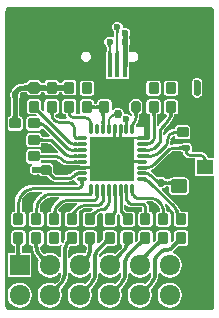
<source format=gtl>
G04*
G04 #@! TF.GenerationSoftware,Altium Limited,Altium Designer,23.2.1 (34)*
G04*
G04 Layer_Physical_Order=1*
G04 Layer_Color=255*
%FSLAX25Y25*%
%MOIN*%
G70*
G04*
G04 #@! TF.SameCoordinates,2D16543A-974C-4BE6-9D28-3C7F8BE36A88*
G04*
G04*
G04 #@! TF.FilePolarity,Positive*
G04*
G01*
G75*
%ADD11C,0.01181*%
%ADD13C,0.00787*%
%ADD36C,0.00984*%
%ADD37C,0.01575*%
%ADD38R,0.07874X0.05512*%
%ADD39R,0.06299X0.03937*%
%ADD40R,0.01575X0.07874*%
G04:AMPARAMS|DCode=41|XSize=35.43mil|YSize=38mil|CornerRadius=3.54mil|HoleSize=0mil|Usage=FLASHONLY|Rotation=270.000|XOffset=0mil|YOffset=0mil|HoleType=Round|Shape=RoundedRectangle|*
%AMROUNDEDRECTD41*
21,1,0.03543,0.03091,0,0,270.0*
21,1,0.02835,0.03800,0,0,270.0*
1,1,0.00709,-0.01546,-0.01417*
1,1,0.00709,-0.01546,0.01417*
1,1,0.00709,0.01546,0.01417*
1,1,0.00709,0.01546,-0.01417*
%
%ADD41ROUNDEDRECTD41*%
%ADD42C,0.03000*%
G04:AMPARAMS|DCode=43|XSize=35.43mil|YSize=38mil|CornerRadius=3.54mil|HoleSize=0mil|Usage=FLASHONLY|Rotation=180.000|XOffset=0mil|YOffset=0mil|HoleType=Round|Shape=RoundedRectangle|*
%AMROUNDEDRECTD43*
21,1,0.03543,0.03091,0,0,180.0*
21,1,0.02835,0.03800,0,0,180.0*
1,1,0.00709,-0.01417,0.01546*
1,1,0.00709,0.01417,0.01546*
1,1,0.00709,0.01417,-0.01546*
1,1,0.00709,-0.01417,-0.01546*
%
%ADD43ROUNDEDRECTD43*%
%ADD44O,0.01102X0.03543*%
%ADD45O,0.03543X0.01102*%
%ADD46R,0.14567X0.14567*%
%ADD47R,0.05512X0.04724*%
G04:AMPARAMS|DCode=48|XSize=47.24mil|YSize=55.12mil|CornerRadius=9.45mil|HoleSize=0mil|Usage=FLASHONLY|Rotation=270.000|XOffset=0mil|YOffset=0mil|HoleType=Round|Shape=RoundedRectangle|*
%AMROUNDEDRECTD48*
21,1,0.04724,0.03622,0,0,270.0*
21,1,0.02835,0.05512,0,0,270.0*
1,1,0.01890,-0.01811,-0.01417*
1,1,0.01890,-0.01811,0.01417*
1,1,0.01890,0.01811,0.01417*
1,1,0.01890,0.01811,-0.01417*
%
%ADD48ROUNDEDRECTD48*%
G04:AMPARAMS|DCode=49|XSize=31mil|YSize=38mil|CornerRadius=7.75mil|HoleSize=0mil|Usage=FLASHONLY|Rotation=0.000|XOffset=0mil|YOffset=0mil|HoleType=Round|Shape=RoundedRectangle|*
%AMROUNDEDRECTD49*
21,1,0.03100,0.02250,0,0,0.0*
21,1,0.01550,0.03800,0,0,0.0*
1,1,0.01550,0.00775,-0.01125*
1,1,0.01550,-0.00775,-0.01125*
1,1,0.01550,-0.00775,0.01125*
1,1,0.01550,0.00775,0.01125*
%
%ADD49ROUNDEDRECTD49*%
G04:AMPARAMS|DCode=50|XSize=31mil|YSize=38mil|CornerRadius=7.75mil|HoleSize=0mil|Usage=FLASHONLY|Rotation=270.000|XOffset=0mil|YOffset=0mil|HoleType=Round|Shape=RoundedRectangle|*
%AMROUNDEDRECTD50*
21,1,0.03100,0.02250,0,0,270.0*
21,1,0.01550,0.03800,0,0,270.0*
1,1,0.01550,-0.01125,-0.00775*
1,1,0.01550,-0.01125,0.00775*
1,1,0.01550,0.01125,0.00775*
1,1,0.01550,0.01125,-0.00775*
%
%ADD50ROUNDEDRECTD50*%
G04:AMPARAMS|DCode=51|XSize=20mil|YSize=25mil|CornerRadius=5mil|HoleSize=0mil|Usage=FLASHONLY|Rotation=0.000|XOffset=0mil|YOffset=0mil|HoleType=Round|Shape=RoundedRectangle|*
%AMROUNDEDRECTD51*
21,1,0.02000,0.01500,0,0,0.0*
21,1,0.01000,0.02500,0,0,0.0*
1,1,0.01000,0.00500,-0.00750*
1,1,0.01000,-0.00500,-0.00750*
1,1,0.01000,-0.00500,0.00750*
1,1,0.01000,0.00500,0.00750*
%
%ADD51ROUNDEDRECTD51*%
G04:AMPARAMS|DCode=52|XSize=20mil|YSize=25mil|CornerRadius=5mil|HoleSize=0mil|Usage=FLASHONLY|Rotation=270.000|XOffset=0mil|YOffset=0mil|HoleType=Round|Shape=RoundedRectangle|*
%AMROUNDEDRECTD52*
21,1,0.02000,0.01500,0,0,270.0*
21,1,0.01000,0.02500,0,0,270.0*
1,1,0.01000,-0.00750,-0.00500*
1,1,0.01000,-0.00750,0.00500*
1,1,0.01000,0.00750,0.00500*
1,1,0.01000,0.00750,-0.00500*
%
%ADD52ROUNDEDRECTD52*%
%ADD53C,0.02362*%
%ADD54R,0.06693X0.07087*%
%ADD55O,0.06693X0.07087*%
%ADD56C,0.02362*%
G36*
X33983Y50463D02*
X34422Y50170D01*
X34716Y49731D01*
X34811Y49253D01*
X34794Y49213D01*
Y107D01*
X32836D01*
X32811Y305D01*
X32540Y958D01*
X32110Y1518D01*
X31550Y1948D01*
X30897Y2218D01*
X30197Y2310D01*
Y2309D01*
X27562D01*
X27281Y2770D01*
X27281Y2809D01*
X27360Y3205D01*
Y4205D01*
X27276Y4630D01*
X27035Y4991D01*
X26674Y5232D01*
X26248Y5317D01*
X24748D01*
X24323Y5232D01*
X24060Y5056D01*
X23945Y5009D01*
X23930Y4974D01*
X23897Y4955D01*
X23877Y4930D01*
X23872Y4927D01*
X23845Y4913D01*
X23798Y4896D01*
X23731Y4878D01*
X23652Y4863D01*
X23401Y4839D01*
X23253Y4836D01*
X23191Y4809D01*
X21864D01*
Y4832D01*
X20512Y4654D01*
X20366Y4594D01*
X20013Y4947D01*
X20134Y5240D01*
X20287Y6405D01*
X20287D01*
X20277Y6418D01*
X20372Y6895D01*
X20649Y7310D01*
X21065Y7588D01*
X21308Y7636D01*
X21638Y7465D01*
X21818Y7327D01*
X21881Y7008D01*
X22090Y6695D01*
X22402Y6486D01*
X22771Y6413D01*
X25863D01*
X26231Y6486D01*
X26544Y6695D01*
X26752Y7008D01*
X26826Y7376D01*
Y10211D01*
X26752Y10580D01*
X26544Y10892D01*
X26231Y11101D01*
X25863Y11174D01*
X22771D01*
X22402Y11101D01*
X22090Y10892D01*
X21881Y10580D01*
X21808Y10211D01*
Y9937D01*
X21802Y9937D01*
X21691Y9928D01*
X21541Y9925D01*
X21475Y9896D01*
X20649Y9787D01*
X19804Y9437D01*
X19079Y8881D01*
X18523Y8156D01*
X18370Y7787D01*
X17870Y7886D01*
Y8506D01*
X17873D01*
X17975Y9281D01*
X18274Y10003D01*
X18750Y10623D01*
X18748Y10625D01*
X20046Y11923D01*
X20063Y11907D01*
X20893Y12989D01*
X21415Y14250D01*
X21416Y14253D01*
X21421Y14261D01*
X21456Y14429D01*
X21490Y14556D01*
X21525Y14656D01*
X21556Y14726D01*
X21567Y14746D01*
X21883D01*
X22252Y14819D01*
X22565Y15028D01*
X22773Y15340D01*
X22847Y15709D01*
Y18800D01*
X22773Y19169D01*
X22565Y19482D01*
X22252Y19691D01*
X21883Y19764D01*
X19049D01*
X18680Y19691D01*
X18368Y19482D01*
X18159Y19169D01*
X18085Y18800D01*
Y15709D01*
X18159Y15340D01*
X18368Y15028D01*
X18680Y14819D01*
X18741Y14807D01*
X19022Y14278D01*
X19021Y14257D01*
X18958Y14107D01*
X18483Y13487D01*
X18485Y13484D01*
X17186Y12186D01*
X17170Y12203D01*
X16339Y11120D01*
X16220Y10833D01*
X15720Y10932D01*
Y14298D01*
X15747Y14359D01*
X15752Y14529D01*
X15763Y14655D01*
X15778Y14746D01*
X16034D01*
X16402Y14819D01*
X16715Y15028D01*
X16924Y15340D01*
X16997Y15709D01*
Y18800D01*
X16924Y19169D01*
X16715Y19482D01*
X16402Y19691D01*
X16034Y19764D01*
X13199D01*
X12830Y19691D01*
X12518Y19482D01*
X12309Y19169D01*
X12235Y18800D01*
Y15709D01*
X12309Y15340D01*
X12518Y15028D01*
X12830Y14819D01*
X13199Y14746D01*
X13455D01*
X13470Y14655D01*
X13481Y14529D01*
X13485Y14359D01*
X13512Y14298D01*
Y7321D01*
X13508D01*
X13410Y6826D01*
X13130Y6407D01*
X12900Y6253D01*
X12826Y6230D01*
X12559Y6157D01*
X12336Y6111D01*
X12255Y6100D01*
X12183Y6094D01*
X12126Y6093D01*
X12087Y6095D01*
X12033Y6103D01*
X11952Y6082D01*
X11941Y6085D01*
X11879D01*
X11816Y6097D01*
X11811Y6094D01*
X11311Y6188D01*
Y10631D01*
X8735D01*
Y11261D01*
X8692Y11475D01*
X8744Y11600D01*
X8743Y11602D01*
X9361Y12408D01*
X9749Y13346D01*
X9875Y14302D01*
X9897Y14352D01*
X9902Y14530D01*
X9913Y14665D01*
X9929Y14768D01*
X9942Y14817D01*
X10074Y14843D01*
X10526Y15145D01*
X10827Y15597D01*
X10933Y16130D01*
Y18380D01*
X10827Y18913D01*
X10526Y19364D01*
X10074Y19666D01*
X9541Y19772D01*
X7991D01*
X7458Y19666D01*
X7007Y19364D01*
X6705Y18913D01*
X6599Y18380D01*
Y16130D01*
X6705Y15597D01*
X7007Y15145D01*
X7458Y14843D01*
X7487Y14442D01*
X7431Y14414D01*
X7019Y14327D01*
X6604Y14742D01*
X5953Y15012D01*
X5248D01*
X5152Y14972D01*
X4797Y15210D01*
X4729Y15338D01*
X4418Y16089D01*
X3830Y16677D01*
X3061Y16995D01*
X2230D01*
X1461Y16677D01*
X1147Y16363D01*
X647Y16570D01*
Y18800D01*
X574Y19169D01*
X365Y19482D01*
X52Y19691D01*
X-316Y19764D01*
X-3151D01*
X-3520Y19691D01*
X-3832Y19482D01*
X-4041Y19169D01*
X-4115Y18800D01*
Y18416D01*
X-4205Y18401D01*
X-4331Y18390D01*
X-4501Y18386D01*
X-4562Y18359D01*
X-4780D01*
X-4842Y18386D01*
X-5011Y18390D01*
X-5137Y18401D01*
X-5228Y18416D01*
Y18800D01*
X-5302Y19169D01*
X-5510Y19482D01*
X-5823Y19691D01*
X-6191Y19764D01*
X-9026D01*
X-9395Y19691D01*
X-9707Y19482D01*
X-9916Y19169D01*
X-9990Y18800D01*
Y15709D01*
X-9930Y15409D01*
X-9995Y15232D01*
X-10229Y14909D01*
X-10931D01*
X-11198Y15409D01*
X-11176Y15440D01*
X-11103Y15809D01*
Y18900D01*
X-11176Y19269D01*
X-11385Y19582D01*
X-11698Y19791D01*
X-12066Y19864D01*
X-14901D01*
X-15270Y19791D01*
X-15582Y19582D01*
X-15791Y19269D01*
X-15865Y18900D01*
Y15809D01*
X-15791Y15440D01*
X-15582Y15128D01*
X-15270Y14919D01*
X-14901Y14846D01*
X-14571D01*
X-14431Y14145D01*
X-14274Y13909D01*
X-14541Y13409D01*
X-16959D01*
Y13413D01*
X-17453Y13511D01*
X-17873Y13791D01*
X-18153Y14210D01*
X-18180Y14346D01*
X-18070Y14576D01*
X-17826Y14869D01*
X-17573Y14919D01*
X-17260Y15128D01*
X-17052Y15440D01*
X-16978Y15809D01*
Y18900D01*
X-17052Y19269D01*
X-17260Y19582D01*
X-17573Y19791D01*
X-17942Y19864D01*
X-20776D01*
X-21145Y19791D01*
X-21457Y19582D01*
X-21666Y19269D01*
X-21740Y18900D01*
Y16129D01*
X-21813Y16098D01*
X-22303Y16023D01*
X-22641Y16388D01*
X-22751Y16524D01*
X-22834Y16643D01*
X-22853Y16677D01*
Y17007D01*
X-22843Y17040D01*
X-22853Y17059D01*
Y18900D01*
X-22927Y19269D01*
X-23135Y19582D01*
X-23448Y19791D01*
X-23817Y19864D01*
X-26651D01*
X-27020Y19791D01*
X-27332Y19582D01*
X-27541Y19269D01*
X-27615Y18900D01*
Y15809D01*
X-27541Y15440D01*
X-27332Y15128D01*
X-27020Y14919D01*
X-26651Y14846D01*
X-24800D01*
X-24778Y14834D01*
X-24744Y14846D01*
X-24705D01*
X-24672Y14836D01*
X-24653Y14846D01*
X-24561D01*
X-24375Y14627D01*
X-24607Y14127D01*
X-26779D01*
X-27148Y14053D01*
X-27461Y13844D01*
X-27670Y13532D01*
X-27743Y13163D01*
Y10328D01*
X-27670Y9960D01*
X-27461Y9647D01*
X-27148Y9438D01*
X-26779Y9365D01*
X-23688D01*
X-23320Y9438D01*
X-23007Y9647D01*
X-22816Y9933D01*
X-22776Y9965D01*
X-22265Y10075D01*
X-19994Y7804D01*
X-20228Y7331D01*
X-20588Y7378D01*
Y7369D01*
X-22277D01*
X-22338Y7396D01*
X-22508Y7401D01*
X-22634Y7412D01*
X-22725Y7427D01*
Y7683D01*
X-22798Y8051D01*
X-23007Y8364D01*
X-23320Y8573D01*
X-23688Y8646D01*
X-26779D01*
X-27148Y8573D01*
X-27461Y8364D01*
X-27670Y8051D01*
X-27743Y7683D01*
Y4848D01*
X-27670Y4479D01*
X-27461Y4167D01*
X-27148Y3958D01*
X-26779Y3884D01*
X-23688D01*
X-23320Y3958D01*
X-23007Y4167D01*
X-22798Y4479D01*
X-22725Y4848D01*
Y5104D01*
X-22634Y5119D01*
X-22508Y5130D01*
X-22338Y5134D01*
X-22277Y5161D01*
X-20588D01*
Y5157D01*
X-20094Y5059D01*
X-19675Y4779D01*
X-19672Y4782D01*
X-17178Y2287D01*
X-17411Y1814D01*
X-18045Y1897D01*
Y1888D01*
X-22277D01*
X-22338Y1916D01*
X-22508Y1920D01*
X-22634Y1931D01*
X-22725Y1946D01*
Y2202D01*
X-22798Y2571D01*
X-23007Y2883D01*
X-23320Y3092D01*
X-23688Y3165D01*
X-26779D01*
X-27148Y3092D01*
X-27461Y2883D01*
X-27670Y2571D01*
X-27743Y2202D01*
Y-633D01*
X-27670Y-1001D01*
X-27461Y-1314D01*
X-27148Y-1523D01*
X-26779Y-1596D01*
X-26043D01*
X-25940Y-2080D01*
X-25940Y-2096D01*
X-26436Y-2592D01*
X-26706Y-3243D01*
Y-3948D01*
X-26436Y-4599D01*
X-25937Y-5097D01*
X-25286Y-5367D01*
X-24581D01*
X-23957Y-5108D01*
X-23873Y-5130D01*
X-23762Y-5168D01*
X-23682Y-5206D01*
X-23631Y-5239D01*
X-23604Y-5263D01*
X-23556Y-5322D01*
X-23525Y-5339D01*
X-23511Y-5372D01*
X-23395Y-5420D01*
X-23042Y-5657D01*
X-22509Y-5763D01*
X-20939D01*
X-20858Y-5810D01*
X-20749Y-5885D01*
X-20446Y-6139D01*
X-20274Y-6305D01*
X-20211Y-6329D01*
X-19450Y-7090D01*
X-19450Y-7090D01*
X-19459Y-7099D01*
X-18891Y-7478D01*
X-18221Y-7612D01*
X-18221Y-7612D01*
Y-7599D01*
X-18221Y-7599D01*
X-14307D01*
Y-7614D01*
X-13222Y-7471D01*
X-12211Y-7052D01*
X-11670Y-7267D01*
X-11656Y-7335D01*
X-11404Y-7713D01*
X-11026Y-7965D01*
X-10815Y-8007D01*
X-10697Y-8355D01*
X-11021Y-8796D01*
X-25597D01*
Y-8789D01*
X-26750Y-8902D01*
X-27859Y-9239D01*
X-28881Y-9785D01*
X-29777Y-10520D01*
X-30512Y-11416D01*
X-31058Y-12438D01*
X-31394Y-13547D01*
X-31508Y-14700D01*
X-31501D01*
Y-17170D01*
X-31528Y-17231D01*
X-31532Y-17401D01*
X-31543Y-17527D01*
X-31558Y-17618D01*
X-31814D01*
X-32183Y-17691D01*
X-32495Y-17900D01*
X-32704Y-18213D01*
X-32778Y-18581D01*
Y-21673D01*
X-32704Y-22041D01*
X-32495Y-22354D01*
X-32183Y-22562D01*
X-31814Y-22636D01*
X-28980D01*
X-28611Y-22562D01*
X-28298Y-22354D01*
X-28090Y-22041D01*
X-28016Y-21673D01*
Y-18581D01*
X-28090Y-18213D01*
X-28298Y-17900D01*
X-28611Y-17691D01*
X-28980Y-17618D01*
X-29236D01*
X-29250Y-17527D01*
X-29261Y-17401D01*
X-29266Y-17231D01*
X-29293Y-17170D01*
Y-14700D01*
X-29295Y-14691D01*
X-29170Y-13743D01*
X-28800Y-12851D01*
X-28212Y-12084D01*
X-27446Y-11497D01*
X-26554Y-11127D01*
X-25606Y-11002D01*
X-25597Y-11004D01*
X-22686D01*
X-22561Y-11504D01*
X-22910Y-11690D01*
X-23806Y-12426D01*
X-24541Y-13321D01*
X-25087Y-14343D01*
X-25423Y-15452D01*
X-25537Y-16605D01*
X-25530D01*
Y-17170D01*
X-25557Y-17231D01*
X-25561Y-17401D01*
X-25572Y-17527D01*
X-25587Y-17618D01*
X-25843D01*
X-26212Y-17691D01*
X-26524Y-17900D01*
X-26733Y-18213D01*
X-26807Y-18581D01*
Y-21673D01*
X-26733Y-22041D01*
X-26524Y-22354D01*
X-26212Y-22562D01*
X-25843Y-22636D01*
X-23009D01*
X-22640Y-22562D01*
X-22327Y-22354D01*
X-22118Y-22041D01*
X-22045Y-21673D01*
Y-18581D01*
X-22118Y-18213D01*
X-22327Y-17900D01*
X-22640Y-17691D01*
X-23009Y-17618D01*
X-23141D01*
X-23280Y-17525D01*
X-23290Y-17401D01*
X-23295Y-17231D01*
X-23322Y-17170D01*
Y-16605D01*
X-23324Y-16597D01*
X-23199Y-15648D01*
X-22829Y-14756D01*
X-22241Y-13990D01*
X-21475Y-13402D01*
X-20583Y-13032D01*
X-19635Y-12908D01*
X-19626Y-12909D01*
X-16922D01*
X-16797Y-13409D01*
X-16939Y-13485D01*
X-17834Y-14220D01*
X-18570Y-15116D01*
X-19116Y-16138D01*
X-19396Y-17063D01*
X-19453Y-17153D01*
X-19480Y-17323D01*
X-19509Y-17449D01*
X-19539Y-17548D01*
X-19566Y-17616D01*
X-19567Y-17618D01*
X-19872D01*
X-20241Y-17691D01*
X-20553Y-17900D01*
X-20762Y-18213D01*
X-20835Y-18581D01*
Y-21673D01*
X-20762Y-22041D01*
X-20553Y-22354D01*
X-20241Y-22562D01*
X-19872Y-22636D01*
X-17037D01*
X-16669Y-22562D01*
X-16356Y-22354D01*
X-16147Y-22041D01*
X-16074Y-21673D01*
Y-18581D01*
X-16147Y-18213D01*
X-16356Y-17900D01*
X-16669Y-17691D01*
X-16856Y-17654D01*
X-17082Y-17218D01*
X-17093Y-17118D01*
X-16858Y-16551D01*
X-16270Y-15784D01*
X-15504Y-15197D01*
X-14612Y-14827D01*
X-13663Y-14702D01*
X-13655Y-14704D01*
X-11024D01*
X-10903Y-15189D01*
X-10976Y-15228D01*
X-11869Y-15961D01*
X-12602Y-16854D01*
X-12615Y-16879D01*
X-12617Y-16879D01*
X-12627Y-16901D01*
X-12666Y-16973D01*
X-12737Y-17027D01*
X-12829Y-17182D01*
X-12910Y-17304D01*
X-12985Y-17404D01*
X-13054Y-17482D01*
X-13113Y-17538D01*
X-13160Y-17575D01*
X-13193Y-17594D01*
X-13210Y-17602D01*
X-13215Y-17603D01*
X-13267Y-17607D01*
X-13289Y-17618D01*
X-13901D01*
X-14270Y-17691D01*
X-14582Y-17900D01*
X-14791Y-18213D01*
X-14864Y-18581D01*
Y-21673D01*
X-14791Y-22041D01*
X-14582Y-22354D01*
X-14270Y-22562D01*
X-13901Y-22636D01*
X-11066D01*
X-10698Y-22562D01*
X-10385Y-22354D01*
X-10176Y-22041D01*
X-10103Y-21673D01*
Y-18581D01*
X-10176Y-18213D01*
X-10385Y-17900D01*
X-10184Y-17433D01*
X-9543Y-16940D01*
X-8655Y-16573D01*
X-7711Y-16449D01*
X-7703Y-16450D01*
X-5844D01*
X-5703Y-16950D01*
X-5775Y-16984D01*
X-6085Y-17330D01*
X-6204Y-17446D01*
X-6309Y-17537D01*
X-6393Y-17598D01*
X-6426Y-17618D01*
X-7930D01*
X-8298Y-17691D01*
X-8611Y-17900D01*
X-8820Y-18213D01*
X-8893Y-18581D01*
Y-21673D01*
X-8820Y-22041D01*
X-8611Y-22354D01*
X-8298Y-22562D01*
X-7930Y-22636D01*
X-5095D01*
X-4727Y-22562D01*
X-4414Y-22354D01*
X-4205Y-22041D01*
X-4132Y-21673D01*
Y-19052D01*
X-4125Y-19026D01*
X-4132Y-19015D01*
Y-18798D01*
X-3801Y-18319D01*
X-3686Y-18178D01*
X-3594Y-18116D01*
X-3044Y-18007D01*
X-3033Y-18016D01*
Y-18016D01*
X-2581Y-18131D01*
X-2351Y-18430D01*
X-2381Y-18581D01*
Y-21673D01*
X-2308Y-22041D01*
X-2099Y-22354D01*
X-1786Y-22562D01*
X-1418Y-22636D01*
X1417D01*
X1786Y-22562D01*
X2098Y-22354D01*
X2307Y-22041D01*
X2380Y-21673D01*
Y-18960D01*
X2383Y-18941D01*
X2427Y-18904D01*
X2461Y-18837D01*
X2465Y-18783D01*
X2500Y-18741D01*
X2621Y-18355D01*
X2723Y-18318D01*
X3153Y-18296D01*
X3411Y-18644D01*
X3523Y-18816D01*
X3590Y-18935D01*
Y-19233D01*
X3588Y-19238D01*
X3590Y-19249D01*
Y-19323D01*
X3577Y-19354D01*
X3590Y-19385D01*
Y-21673D01*
X3663Y-22041D01*
X3872Y-22354D01*
X4185Y-22562D01*
X4553Y-22636D01*
X7388D01*
X7757Y-22562D01*
X8069Y-22354D01*
X8278Y-22041D01*
X8352Y-21673D01*
Y-18581D01*
X8278Y-18213D01*
X8069Y-17900D01*
X7757Y-17691D01*
X7388Y-17618D01*
X5934D01*
X5930Y-17615D01*
X5918Y-17618D01*
X5641D01*
X5290Y-17383D01*
X5172Y-17241D01*
X5147Y-17228D01*
X4858Y-16795D01*
X4733Y-16166D01*
X4735Y-16158D01*
Y-15409D01*
X5235Y-15240D01*
X5287Y-15309D01*
X5848Y-15739D01*
X6500Y-16009D01*
X7201Y-16101D01*
Y-16099D01*
X10342D01*
X10358Y-16096D01*
X10700Y-16238D01*
X10841Y-16579D01*
X10838Y-16595D01*
Y-17170D01*
X10811Y-17231D01*
X10806Y-17401D01*
X10795Y-17527D01*
X10780Y-17618D01*
X10525D01*
X10156Y-17691D01*
X9843Y-17900D01*
X9634Y-18213D01*
X9561Y-18581D01*
Y-21673D01*
X9634Y-22041D01*
X9843Y-22354D01*
X10156Y-22562D01*
X10525Y-22636D01*
X13359D01*
X13728Y-22562D01*
X14040Y-22354D01*
X14249Y-22041D01*
X14323Y-21673D01*
Y-18581D01*
X14249Y-18213D01*
X14040Y-17900D01*
X13728Y-17691D01*
X13359Y-17618D01*
X13103D01*
X13088Y-17527D01*
X13077Y-17401D01*
X13073Y-17231D01*
X13046Y-17170D01*
Y-16595D01*
X13048D01*
X12956Y-15895D01*
X12685Y-15242D01*
X12255Y-14682D01*
X12147Y-14599D01*
X12317Y-14099D01*
X13113D01*
X13122Y-14097D01*
X14070Y-14222D01*
X14963Y-14592D01*
X15729Y-15180D01*
X16316Y-15946D01*
X16686Y-16838D01*
X16750Y-17327D01*
X16496Y-17618D01*
X16127Y-17691D01*
X15814Y-17900D01*
X15606Y-18213D01*
X15532Y-18581D01*
Y-21673D01*
X15606Y-22041D01*
X15814Y-22354D01*
X16127Y-22562D01*
X16496Y-22636D01*
X19330D01*
X19699Y-22562D01*
X20012Y-22354D01*
X20220Y-22041D01*
X20294Y-21673D01*
Y-18581D01*
X20220Y-18213D01*
X20012Y-17900D01*
X19699Y-17691D01*
X19330Y-17618D01*
X19007D01*
X18911Y-16642D01*
X18574Y-15533D01*
X18389Y-15186D01*
X18795Y-14885D01*
X20196Y-16286D01*
X20542Y-16632D01*
X20835Y-17010D01*
X21132Y-17396D01*
X21261Y-17709D01*
X21306Y-17851D01*
X21426Y-18259D01*
X21469Y-18444D01*
X21478Y-18497D01*
X21482Y-18528D01*
X21483Y-18561D01*
X21503Y-18605D01*
Y-18662D01*
X21493Y-18718D01*
X21503Y-18733D01*
Y-21673D01*
X21577Y-22041D01*
X21786Y-22354D01*
X22098Y-22562D01*
X22467Y-22636D01*
X25302D01*
X25670Y-22562D01*
X25983Y-22354D01*
X26191Y-22041D01*
X26265Y-21673D01*
Y-18581D01*
X26191Y-18213D01*
X25983Y-17900D01*
X25670Y-17691D01*
X25302Y-17618D01*
X23690D01*
X23673Y-17594D01*
X23631Y-17525D01*
X23510Y-17252D01*
X23449Y-17077D01*
X23402Y-17026D01*
X23389Y-16983D01*
X22843Y-15961D01*
X22108Y-15066D01*
X22103Y-15071D01*
X22103Y-15071D01*
X17319Y-10287D01*
X17511Y-9825D01*
X17661D01*
X18087Y-9741D01*
X18448Y-9500D01*
X18513Y-9402D01*
X18534Y-9393D01*
X18558Y-9334D01*
X18689Y-9139D01*
X18689Y-9136D01*
X18727Y-9127D01*
X18835Y-9110D01*
X18975Y-9099D01*
X19159Y-9095D01*
X19220Y-9067D01*
X19300D01*
X19356Y-9094D01*
X19759Y-9358D01*
Y-10562D01*
X19878Y-11161D01*
X20217Y-11669D01*
X20725Y-12009D01*
X21324Y-12128D01*
X24946D01*
X25545Y-12009D01*
X26053Y-11669D01*
X26393Y-11161D01*
X26512Y-10562D01*
Y-7728D01*
X26393Y-7129D01*
X26053Y-6621D01*
X25545Y-6281D01*
X24946Y-6162D01*
X21324D01*
X20725Y-6281D01*
X20372Y-6517D01*
X20267Y-6544D01*
X20226Y-6615D01*
X20217Y-6621D01*
X20216Y-6622D01*
X20149Y-6660D01*
X20117Y-6701D01*
X20109Y-6708D01*
X20090Y-6722D01*
X20055Y-6741D01*
X20001Y-6762D01*
X19927Y-6784D01*
X19843Y-6801D01*
X19580Y-6829D01*
X19425Y-6832D01*
X19363Y-6860D01*
X19220D01*
X19159Y-6832D01*
X18975Y-6828D01*
X18835Y-6817D01*
X18727Y-6800D01*
X18689Y-6791D01*
X18689Y-6788D01*
X18558Y-6593D01*
X18534Y-6534D01*
X18513Y-6525D01*
X18448Y-6427D01*
X18087Y-6186D01*
X17661Y-6101D01*
X16661D01*
X16236Y-6186D01*
X16157Y-6239D01*
X16093Y-6252D01*
X15675Y-5977D01*
X14194Y-4496D01*
X14211Y-4479D01*
X13775Y-4188D01*
X13831Y-3624D01*
X14427Y-3377D01*
X15510Y-2546D01*
X15493Y-2529D01*
X19746Y1723D01*
X19748Y1721D01*
X20368Y2197D01*
X21090Y2496D01*
X21864Y2598D01*
Y2601D01*
X23191D01*
X23253Y2574D01*
X23410Y2570D01*
X23535Y2562D01*
X23643Y2548D01*
X23731Y2532D01*
X23799Y2513D01*
X23845Y2496D01*
X23872Y2483D01*
X23877Y2479D01*
X23897Y2454D01*
X23930Y2436D01*
X23945Y2401D01*
X24060Y2353D01*
X24323Y2177D01*
X24414Y2159D01*
X24546Y1495D01*
X25044Y750D01*
X25788Y253D01*
X26666Y78D01*
Y101D01*
X28450D01*
Y-5798D01*
X34794D01*
Y-49213D01*
X34811Y-49253D01*
X34716Y-49731D01*
X34422Y-50170D01*
X33983Y-50463D01*
X33505Y-50559D01*
X33465Y-50542D01*
X-33465D01*
X-33505Y-50559D01*
X-33983Y-50463D01*
X-34422Y-50170D01*
X-34716Y-49731D01*
X-34811Y-49253D01*
X-34794Y-49213D01*
Y49213D01*
X-34811Y49253D01*
X-34716Y49731D01*
X-34422Y50170D01*
X-33983Y50463D01*
X-33505Y50559D01*
X-33465Y50542D01*
X33465D01*
X33505Y50559D01*
X33983Y50463D01*
D02*
G37*
G36*
X-3488Y16271D02*
X-3498Y16364D01*
X-3528Y16448D01*
X-3578Y16521D01*
X-3648Y16585D01*
X-3737Y16640D01*
X-3847Y16684D01*
X-3976Y16718D01*
X-4126Y16743D01*
X-4295Y16758D01*
X-4484Y16763D01*
Y17747D01*
X-4295Y17752D01*
X-4126Y17766D01*
X-3976Y17791D01*
X-3847Y17826D01*
X-3737Y17870D01*
X-3648Y17924D01*
X-3578Y17988D01*
X-3528Y18062D01*
X-3498Y18146D01*
X-3488Y18239D01*
Y16271D01*
D02*
G37*
G36*
X-5844Y18146D02*
X-5815Y18062D01*
X-5765Y17988D01*
X-5695Y17924D01*
X-5605Y17870D01*
X-5496Y17826D01*
X-5366Y17791D01*
X-5217Y17766D01*
X-5048Y17752D01*
X-4858Y17747D01*
Y16763D01*
X-5048Y16758D01*
X-5217Y16743D01*
X-5366Y16718D01*
X-5496Y16684D01*
X-5605Y16640D01*
X-5695Y16585D01*
X-5765Y16521D01*
X-5815Y16448D01*
X-5844Y16364D01*
X-5855Y16271D01*
Y18239D01*
X-5844Y18146D01*
D02*
G37*
G36*
X-23528Y16899D02*
X-23550Y16805D01*
X-23546Y16698D01*
X-23515Y16578D01*
X-23458Y16445D01*
X-23373Y16300D01*
X-23263Y16141D01*
X-23126Y15970D01*
X-22772Y15588D01*
X-23339Y14764D01*
X-23548Y14966D01*
X-23919Y15282D01*
X-24081Y15397D01*
X-24228Y15482D01*
X-24360Y15538D01*
X-24475Y15565D01*
X-24576Y15563D01*
X-24661Y15532D01*
X-24731Y15472D01*
X-23480Y16980D01*
X-23528Y16899D01*
D02*
G37*
G36*
X-18654Y15464D02*
X-18698Y15441D01*
X-18738Y15403D01*
X-18772Y15349D01*
X-18801Y15280D01*
X-18825Y15196D01*
X-18843Y15096D01*
X-18856Y14981D01*
X-18864Y14851D01*
X-18867Y14705D01*
X-19851D01*
X-19854Y14851D01*
X-19875Y15096D01*
X-19893Y15196D01*
X-19917Y15280D01*
X-19946Y15349D01*
X-19980Y15403D01*
X-20019Y15441D01*
X-20064Y15464D01*
X-20114Y15472D01*
X-18604D01*
X-18654Y15464D01*
D02*
G37*
G36*
X21363Y15362D02*
X21276Y15333D01*
X21194Y15284D01*
X21119Y15215D01*
X21050Y15127D01*
X20987Y15019D01*
X20930Y14891D01*
X20879Y14744D01*
X20834Y14577D01*
X20795Y14390D01*
X19767Y14399D01*
X19796Y14584D01*
X19811Y14749D01*
X19814Y14895D01*
X19803Y15022D01*
X19779Y15129D01*
X19742Y15216D01*
X19691Y15284D01*
X19628Y15333D01*
X19551Y15362D01*
X19461Y15372D01*
X21457D01*
X21363Y15362D01*
D02*
G37*
G36*
X15507Y15362D02*
X15423Y15332D01*
X15349Y15282D01*
X15285Y15213D01*
X15231Y15123D01*
X15187Y15013D01*
X15153Y14884D01*
X15128Y14734D01*
X15113Y14565D01*
X15108Y14376D01*
X14124D01*
X14119Y14565D01*
X14104Y14734D01*
X14080Y14884D01*
X14045Y15013D01*
X14001Y15123D01*
X13947Y15213D01*
X13883Y15282D01*
X13809Y15332D01*
X13725Y15362D01*
X13632Y15372D01*
X15600D01*
X15507Y15362D01*
D02*
G37*
G36*
X-1285Y15372D02*
X-1379Y15363D01*
X-1462Y15334D01*
X-1536Y15284D01*
X-1600Y15215D01*
X-1654Y15125D01*
X-1698Y15016D01*
X-1733Y14886D01*
X-1758Y14736D01*
X-1772Y14566D01*
X-1777Y14376D01*
X-2761D01*
X-2766Y14568D01*
X-2781Y14740D01*
X-2806Y14892D01*
X-2840Y15024D01*
X-2884Y15136D01*
X-2938Y15227D01*
X-3001Y15299D01*
X-3075Y15350D01*
X-3158Y15381D01*
X-3251Y15392D01*
X-1285Y15372D01*
D02*
G37*
G36*
X9655Y15395D02*
X9572Y15364D01*
X9498Y15312D01*
X9435Y15239D01*
X9381Y15146D01*
X9337Y15032D01*
X9302Y14897D01*
X9278Y14741D01*
X9263Y14565D01*
X9258Y14367D01*
X8274D01*
X8269Y14565D01*
X8254Y14741D01*
X8230Y14897D01*
X8196Y15032D01*
X8152Y15146D01*
X8098Y15239D01*
X8034Y15312D01*
X7961Y15364D01*
X7877Y15395D01*
X7784Y15405D01*
X9748D01*
X9655Y15395D01*
D02*
G37*
G36*
X1509Y13926D02*
X1460Y13973D01*
X1406Y14006D01*
X1349Y14025D01*
X1287Y14030D01*
X1221Y14019D01*
X1151Y13995D01*
X1077Y13956D01*
X998Y13902D01*
X916Y13834D01*
X829Y13752D01*
X591Y14592D01*
X696Y14675D01*
X1011Y14957D01*
X1064Y15015D01*
X1107Y15068D01*
X1140Y15116D01*
X1162Y15159D01*
X1174Y15197D01*
X1509Y13926D01*
D02*
G37*
G36*
X-5844Y12268D02*
X-5712Y11845D01*
X-5695Y11752D01*
X-5693Y11683D01*
X-5704Y11639D01*
X-5729Y11618D01*
X-5768Y11622D01*
X-5821Y11650D01*
X-6759Y11261D01*
X-6748Y11339D01*
X-6745Y11425D01*
X-6750Y11520D01*
X-6762Y11624D01*
X-6781Y11735D01*
X-6844Y11984D01*
X-6886Y12121D01*
X-6995Y12421D01*
X-5915Y12457D01*
X-5844Y12268D01*
D02*
G37*
G36*
X-1761Y11471D02*
X-2777D01*
X-2774Y11486D01*
X-2772Y11519D01*
X-2764Y11846D01*
X-2761Y12479D01*
X-1777D01*
X-1761Y11471D01*
D02*
G37*
G36*
X6094Y12397D02*
X6427D01*
X6364Y12329D01*
X6307Y12254D01*
X6257Y12175D01*
X6213Y12089D01*
X6176Y11998D01*
X6146Y11902D01*
X6123Y11799D01*
X6106Y11691D01*
X6105Y11681D01*
X6109Y11471D01*
X6093D01*
X6093Y11458D01*
X5108D01*
X5108Y11471D01*
X5093D01*
X5096Y11486D01*
X5098Y11519D01*
X5101Y11626D01*
X5095Y11691D01*
X5078Y11799D01*
X5055Y11902D01*
X5025Y11998D01*
X4988Y12089D01*
X4944Y12175D01*
X4894Y12254D01*
X4837Y12329D01*
X4774Y12397D01*
X5108D01*
X5108Y12479D01*
X6093D01*
X6094Y12397D01*
D02*
G37*
G36*
X-23341Y12655D02*
X-23312Y12569D01*
X-23263Y12488D01*
X-23195Y12412D01*
X-23107Y12341D01*
X-23000Y12275D01*
X-22873Y12214D01*
X-22727Y12158D01*
X-22561Y12108D01*
X-22376Y12062D01*
X-22402Y10990D01*
X-22582Y11026D01*
X-22744Y11048D01*
X-22886Y11056D01*
X-23009Y11052D01*
X-23114Y11034D01*
X-23199Y11003D01*
X-23266Y10958D01*
X-23313Y10900D01*
X-23342Y10829D01*
X-23351Y10745D01*
Y12747D01*
X-23341Y12655D01*
D02*
G37*
G36*
X22434Y7927D02*
X22425Y7998D01*
X22399Y8062D01*
X22355Y8118D01*
X22294Y8167D01*
X22214Y8208D01*
X22118Y8242D01*
X22003Y8268D01*
X21871Y8286D01*
X21722Y8298D01*
X21555Y8302D01*
Y9286D01*
X21722Y9290D01*
X21871Y9301D01*
X22003Y9319D01*
X22118Y9346D01*
X22214Y9380D01*
X22294Y9421D01*
X22355Y9470D01*
X22399Y9526D01*
X22425Y9589D01*
X22434Y9661D01*
Y7927D01*
D02*
G37*
G36*
X4117Y8569D02*
X4097Y8517D01*
X4080Y8452D01*
X4065Y8374D01*
X4043Y8183D01*
X4029Y7942D01*
X4028Y7907D01*
X4040Y7772D01*
X4060Y7652D01*
X4087Y7548D01*
X4123Y7460D01*
X4166Y7388D01*
X4217Y7332D01*
X4276Y7292D01*
X4343Y7268D01*
X4418Y7260D01*
X2843D01*
X2918Y7268D01*
X2985Y7292D01*
X3044Y7332D01*
X3095Y7388D01*
X3139Y7460D01*
X3174Y7548D01*
X3201Y7652D01*
X3221Y7772D01*
X3230Y7879D01*
X3196Y8374D01*
X3181Y8452D01*
X3164Y8517D01*
X3144Y8569D01*
X3123Y8610D01*
X4138D01*
X4117Y8569D01*
D02*
G37*
G36*
X2147D02*
X2127Y8517D01*
X2110Y8452D01*
X2095Y8374D01*
X2073Y8183D01*
X2059Y7942D01*
X2058Y7907D01*
X2070Y7772D01*
X2090Y7652D01*
X2117Y7548D01*
X2153Y7460D01*
X2196Y7388D01*
X2247Y7332D01*
X2306Y7292D01*
X2373Y7268D01*
X2448Y7260D01*
X873D01*
X948Y7268D01*
X1015Y7292D01*
X1074Y7332D01*
X1125Y7388D01*
X1168Y7460D01*
X1204Y7548D01*
X1232Y7652D01*
X1251Y7772D01*
X1261Y7879D01*
X1226Y8374D01*
X1211Y8452D01*
X1194Y8517D01*
X1174Y8569D01*
X1153Y8610D01*
X2169D01*
X2147Y8569D01*
D02*
G37*
G36*
X9289Y6383D02*
X9249Y6404D01*
X9196Y6424D01*
X9131Y6441D01*
X9054Y6456D01*
X8862Y6479D01*
X8621Y6492D01*
X8587Y6493D01*
X8453Y6481D01*
X8333Y6461D01*
X8230Y6434D01*
X8142Y6398D01*
X8070Y6355D01*
X8014Y6304D01*
X7973Y6245D01*
X7949Y6178D01*
X7940Y6103D01*
X7952Y7272D01*
X7960Y7274D01*
X7984Y7276D01*
X8149Y7281D01*
X8331Y7282D01*
Y7284D01*
X8482Y7285D01*
X9054Y7325D01*
X9131Y7340D01*
X9196Y7357D01*
X9249Y7377D01*
X9289Y7398D01*
Y6383D01*
D02*
G37*
G36*
X13661Y4815D02*
X13324Y4705D01*
X12116Y4383D01*
X12151Y4413D01*
X11941Y5470D01*
X12023Y5458D01*
X12115Y5453D01*
X12216Y5455D01*
X12325Y5464D01*
X12444Y5481D01*
X12707Y5534D01*
X13007Y5616D01*
X13170Y5668D01*
X13661Y4815D01*
D02*
G37*
G36*
X-23341Y7156D02*
X-23311Y7072D01*
X-23261Y6999D01*
X-23192Y6934D01*
X-23102Y6880D01*
X-22993Y6836D01*
X-22863Y6802D01*
X-22714Y6777D01*
X-22544Y6762D01*
X-22355Y6757D01*
Y5773D01*
X-22544Y5768D01*
X-22714Y5753D01*
X-22863Y5729D01*
X-22993Y5694D01*
X-23102Y5650D01*
X-23192Y5596D01*
X-23261Y5532D01*
X-23311Y5458D01*
X-23341Y5375D01*
X-23351Y5281D01*
Y7249D01*
X-23341Y7156D01*
D02*
G37*
G36*
X-10791Y4413D02*
X-10805Y4416D01*
X-10839Y4418D01*
X-11165Y4426D01*
X-11799Y4428D01*
Y5413D01*
X-10791Y5428D01*
Y4413D01*
D02*
G37*
G36*
X24396Y2853D02*
X24342Y2921D01*
X24274Y2982D01*
X24194Y3036D01*
X24100Y3083D01*
X23994Y3123D01*
X23874Y3155D01*
X23742Y3180D01*
X23596Y3198D01*
X23438Y3209D01*
X23267Y3213D01*
Y4197D01*
X23438Y4200D01*
X23742Y4229D01*
X23874Y4254D01*
X23994Y4287D01*
X24100Y4326D01*
X24194Y4373D01*
X24274Y4427D01*
X24342Y4488D01*
X24396Y4557D01*
Y2853D01*
D02*
G37*
G36*
X-10791Y2443D02*
X-10805Y2446D01*
X-10839Y2448D01*
X-11165Y2456D01*
X-11799Y2458D01*
Y3443D01*
X-10791Y3458D01*
Y2443D01*
D02*
G37*
G36*
X12165Y1485D02*
X12199Y1483D01*
X12525Y1475D01*
X13159Y1473D01*
Y488D01*
X12151Y473D01*
Y1488D01*
X12165Y1485D01*
D02*
G37*
G36*
X-10791Y473D02*
X-10805Y476D01*
X-10839Y478D01*
X-11165Y486D01*
X-11799Y488D01*
Y1473D01*
X-10791Y1488D01*
Y473D01*
D02*
G37*
G36*
X-23341Y1675D02*
X-23311Y1592D01*
X-23261Y1518D01*
X-23192Y1454D01*
X-23102Y1400D01*
X-22993Y1355D01*
X-22863Y1321D01*
X-22714Y1297D01*
X-22544Y1282D01*
X-22355Y1277D01*
Y292D01*
X-22544Y288D01*
X-22714Y273D01*
X-22863Y248D01*
X-22993Y214D01*
X-23102Y169D01*
X-23192Y115D01*
X-23261Y51D01*
X-23311Y-22D01*
X-23341Y-106D01*
X-23351Y-200D01*
Y1769D01*
X-23341Y1675D01*
D02*
G37*
G36*
X7049Y-1180D02*
X5718Y-1373D01*
X5352Y-586D01*
X5475Y-582D01*
X5583Y-572D01*
X5677Y-555D01*
X5756Y-530D01*
X5821Y-499D01*
X5872Y-460D01*
X5908Y-415D01*
X5929Y-363D01*
X5937Y-304D01*
X5930Y-238D01*
X7049Y-1180D01*
D02*
G37*
G36*
X7948Y-267D02*
X7972Y-334D01*
X8012Y-393D01*
X8035Y-414D01*
X8244Y-238D01*
X8236Y-304D01*
X8244Y-363D01*
X8265Y-415D01*
X8302Y-460D01*
X8352Y-499D01*
X8417Y-530D01*
X8496Y-555D01*
X8590Y-572D01*
X8622Y-575D01*
X9054Y-545D01*
X9131Y-530D01*
X9196Y-513D01*
X9249Y-493D01*
X9289Y-472D01*
Y-1487D01*
X9249Y-1466D01*
X9196Y-1446D01*
X9131Y-1429D01*
X9054Y-1414D01*
X8862Y-1391D01*
X8621Y-1378D01*
X8587Y-1377D01*
X8452Y-1389D01*
X8332Y-1409D01*
X8228Y-1436D01*
X8140Y-1472D01*
X8068Y-1515D01*
X8012Y-1566D01*
X7972Y-1625D01*
X7948Y-1692D01*
X7940Y-1767D01*
Y-1299D01*
X7124Y-1180D01*
X7940Y-493D01*
Y-192D01*
X7948Y-267D01*
D02*
G37*
G36*
X-10791Y-1487D02*
X-10805Y-1484D01*
X-10839Y-1482D01*
X-11165Y-1474D01*
X-11799Y-1472D01*
Y-487D01*
X-10791Y-472D01*
Y-1487D01*
D02*
G37*
G36*
X13163Y-3239D02*
X12935Y-3305D01*
X12127Y-3492D01*
X12125Y-3480D01*
X12151Y-3457D01*
X11941Y-2400D01*
X12010Y-2409D01*
X12090Y-2413D01*
X12180Y-2410D01*
X12281Y-2401D01*
X12514Y-2365D01*
X12789Y-2304D01*
X13106Y-2218D01*
X13163Y-3239D01*
D02*
G37*
G36*
X-6591Y-3737D02*
X-6599Y-3662D01*
X-6622Y-3595D01*
X-6662Y-3536D01*
X-6717Y-3485D01*
X-6788Y-3442D01*
X-6874Y-3406D01*
X-6977Y-3379D01*
X-7095Y-3359D01*
X-7199Y-3350D01*
X-7694Y-3384D01*
X-7771Y-3399D01*
X-7836Y-3416D01*
X-7889Y-3436D01*
X-7929Y-3457D01*
Y-2442D01*
X-7889Y-2463D01*
X-7836Y-2483D01*
X-7771Y-2500D01*
X-7694Y-2515D01*
X-7502Y-2537D01*
X-7261Y-2551D01*
X-7227Y-2552D01*
X-7095Y-2540D01*
X-6977Y-2520D01*
X-6874Y-2493D01*
X-6788Y-2457D01*
X-6717Y-2414D01*
X-6662Y-2363D01*
X-6622Y-2304D01*
X-6599Y-2237D01*
X-6591Y-2162D01*
Y-3737D01*
D02*
G37*
G36*
X-18045Y-323D02*
X-17550Y-422D01*
X-17131Y-702D01*
X-17128Y-699D01*
X-16770Y-1057D01*
X-16776Y-1063D01*
X-16049Y-1622D01*
X-15202Y-1973D01*
X-14292Y-2092D01*
Y-2083D01*
X-11867D01*
X-11801Y-2111D01*
X-11174Y-2113D01*
X-10872Y-2120D01*
X-10856Y-2122D01*
X-10826Y-2112D01*
X-10791Y-2127D01*
X-10750Y-2110D01*
X-10580Y-2144D01*
X-9949D01*
Y-3755D01*
X-10580D01*
X-10817Y-3802D01*
X-10865Y-3775D01*
X-10908Y-3769D01*
X-11004Y-3794D01*
X-11100Y-3773D01*
X-11169Y-3785D01*
X-11207Y-3808D01*
X-11251Y-3804D01*
X-11345Y-3834D01*
X-11375Y-3859D01*
X-11415Y-3860D01*
X-11848Y-4054D01*
X-11860Y-4067D01*
X-11878Y-4068D01*
X-12073Y-4168D01*
X-12126Y-4230D01*
X-12212Y-4266D01*
X-12920Y-4809D01*
X-12920Y-4809D01*
X-13305Y-5087D01*
X-13550Y-5250D01*
X-14284Y-5396D01*
X-14307Y-5391D01*
X-18027D01*
X-18389Y-5029D01*
X-18415Y-4965D01*
X-18600Y-4773D01*
X-18745Y-4610D01*
X-18856Y-4470D01*
X-18880Y-4436D01*
X-18867Y-4370D01*
Y-4184D01*
X-18856Y-4165D01*
X-18867Y-4132D01*
Y-2820D01*
X-18972Y-2287D01*
X-19274Y-1836D01*
X-19726Y-1534D01*
X-20259Y-1428D01*
X-22482D01*
X-22567Y-1342D01*
X-22798Y-1001D01*
X-22725Y-633D01*
Y-377D01*
X-22634Y-362D01*
X-22508Y-351D01*
X-22338Y-347D01*
X-22277Y-319D01*
X-18045D01*
Y-323D01*
D02*
G37*
G36*
X-23059Y-4920D02*
X-23142Y-4818D01*
X-23246Y-4727D01*
X-23372Y-4646D01*
X-23519Y-4576D01*
X-23689Y-4517D01*
X-23879Y-4469D01*
X-24092Y-4431D01*
X-24326Y-4404D01*
X-24859Y-4383D01*
Y-2808D01*
X-24582Y-2802D01*
X-24092Y-2760D01*
X-23879Y-2722D01*
X-23689Y-2674D01*
X-23519Y-2614D01*
X-23372Y-2544D01*
X-23246Y-2464D01*
X-23142Y-2372D01*
X-23059Y-2270D01*
Y-4920D01*
D02*
G37*
G36*
X-10948Y-4408D02*
X-10930Y-4432D01*
X-10937Y-4472D01*
X-10969Y-4531D01*
X-10580Y-5469D01*
X-10642Y-5463D01*
X-10715Y-5466D01*
X-10797Y-5478D01*
X-10889Y-5499D01*
X-10992Y-5531D01*
X-11228Y-5621D01*
X-11361Y-5680D01*
X-11658Y-5827D01*
X-11782Y-4737D01*
X-11587Y-4637D01*
X-11154Y-4444D01*
X-11060Y-4414D01*
X-10992Y-4403D01*
X-10948Y-4408D01*
D02*
G37*
G36*
X-20585Y-3623D02*
X-20552Y-3672D01*
X-20497Y-3742D01*
X-20197Y-4071D01*
X-19916Y-4358D01*
X-19493Y-4106D01*
X-19564Y-4165D01*
X-19605Y-4240D01*
X-19617Y-4331D01*
X-19600Y-4437D01*
X-19553Y-4560D01*
X-19476Y-4698D01*
X-19370Y-4852D01*
X-19234Y-5022D01*
X-19069Y-5207D01*
X-18874Y-5409D01*
X-19831Y-5844D01*
X-20018Y-5664D01*
X-20361Y-5376D01*
X-20516Y-5269D01*
X-20661Y-5186D01*
X-20794Y-5127D01*
X-20918Y-5093D01*
X-21030Y-5083D01*
X-21132Y-5097D01*
X-21223Y-5136D01*
X-20825Y-4899D01*
X-21384Y-4383D01*
X-20596Y-3595D01*
X-20585Y-3623D01*
D02*
G37*
G36*
X16202Y-8904D02*
X16173Y-8794D01*
X16131Y-8685D01*
X16075Y-8576D01*
X16005Y-8468D01*
X15922Y-8360D01*
X15825Y-8252D01*
X15715Y-8144D01*
X15590Y-8037D01*
X15452Y-7930D01*
X15301Y-7823D01*
X15698Y-6865D01*
X15830Y-6948D01*
X15949Y-7010D01*
X16055Y-7052D01*
X16149Y-7074D01*
X16231Y-7076D01*
X16300Y-7057D01*
X16357Y-7019D01*
X16401Y-6960D01*
X16432Y-6881D01*
X16452Y-6781D01*
X16202Y-8904D01*
D02*
G37*
G36*
X12365Y-6547D02*
X12415Y-6599D01*
X12479Y-6658D01*
X12649Y-6792D01*
X12875Y-6951D01*
X13319Y-7235D01*
X12279Y-7752D01*
X12084Y-7638D01*
X11724Y-7465D01*
X11560Y-7405D01*
X11406Y-7363D01*
X11263Y-7340D01*
X11131Y-7335D01*
X11008Y-7348D01*
X10897Y-7378D01*
X10796Y-7427D01*
X12329Y-6501D01*
X12365Y-6547D01*
D02*
G37*
G36*
X-8469Y-7437D02*
X-8553Y-7467D01*
X-8627Y-7517D01*
X-8691Y-7587D01*
X-8745Y-7676D01*
X-8789Y-7786D01*
X-8824Y-7915D01*
X-8848Y-8065D01*
X-8863Y-8234D01*
X-8868Y-8423D01*
X-9852D01*
X-9857Y-8234D01*
X-9872Y-8065D01*
X-9896Y-7915D01*
X-9931Y-7786D01*
X-9975Y-7676D01*
X-10029Y-7587D01*
X-10093Y-7517D01*
X-10167Y-7467D01*
X-10251Y-7437D01*
X-10344Y-7427D01*
X-8376D01*
X-8469Y-7437D01*
D02*
G37*
G36*
X18092Y-7078D02*
X18124Y-7161D01*
X18177Y-7233D01*
X18252Y-7297D01*
X18347Y-7350D01*
X18464Y-7394D01*
X18602Y-7428D01*
X18761Y-7452D01*
X18942Y-7467D01*
X19143Y-7471D01*
Y-8456D01*
X18942Y-8460D01*
X18761Y-8475D01*
X18602Y-8499D01*
X18464Y-8533D01*
X18347Y-8577D01*
X18252Y-8630D01*
X18177Y-8693D01*
X18124Y-8766D01*
X18092Y-8849D01*
X18082Y-8941D01*
Y-6986D01*
X18092Y-7078D01*
D02*
G37*
G36*
X20385Y-8948D02*
X20388Y-8854D01*
X20368Y-8771D01*
X20325Y-8697D01*
X20259Y-8633D01*
X20171Y-8579D01*
X20060Y-8534D01*
X19926Y-8500D01*
X19770Y-8475D01*
X19591Y-8461D01*
X19389Y-8456D01*
X19440Y-7471D01*
X19620Y-7467D01*
X19941Y-7434D01*
X20082Y-7405D01*
X20210Y-7367D01*
X20324Y-7322D01*
X20426Y-7267D01*
X20514Y-7205D01*
X20590Y-7134D01*
X20652Y-7055D01*
X20385Y-8948D01*
D02*
G37*
G36*
X8053Y-10845D02*
X8019Y-10935D01*
X8008Y-11044D01*
X8019Y-11170D01*
X8051Y-11315D01*
X8106Y-11478D01*
X8183Y-11659D01*
X8282Y-11858D01*
X8546Y-12311D01*
X7355Y-12434D01*
X7221Y-12218D01*
X6976Y-11752D01*
X6946Y-11659D01*
X6942Y-11595D01*
X6963Y-11563D01*
X7010Y-11561D01*
X7083Y-11589D01*
X7182Y-11649D01*
X8108Y-10773D01*
X8053Y-10845D01*
D02*
G37*
G36*
X6106Y-11485D02*
X6103Y-11518D01*
X6095Y-11845D01*
X6093Y-12478D01*
X5108D01*
X5093Y-11470D01*
X6109D01*
X6106Y-11485D01*
D02*
G37*
G36*
X4135D02*
X4133Y-11518D01*
X4125Y-11845D01*
X4123Y-12478D01*
X3139D01*
X3123Y-11470D01*
X4138D01*
X4135Y-11485D01*
D02*
G37*
G36*
X2166D02*
X2163Y-11518D01*
X2155Y-11845D01*
X2153Y-12478D01*
X1168D01*
X1153Y-11470D01*
X2169D01*
X2166Y-11485D01*
D02*
G37*
G36*
X206D02*
X203Y-11518D01*
X195Y-11845D01*
X193Y-12478D01*
X-792D01*
X-807Y-11470D01*
X209D01*
X206Y-11485D01*
D02*
G37*
G36*
X-1764D02*
X-1767Y-11518D01*
X-1775Y-11845D01*
X-1777Y-12478D01*
X-2761D01*
X-2777Y-11470D01*
X-1761D01*
X-1764Y-11485D01*
D02*
G37*
G36*
X-3734D02*
X-3737Y-11518D01*
X-3745Y-11845D01*
X-3747Y-12478D01*
X-4732D01*
X-4747Y-11470D01*
X-3731D01*
X-3734Y-11485D01*
D02*
G37*
G36*
X12439Y-17437D02*
X12454Y-17606D01*
X12478Y-17756D01*
X12513Y-17886D01*
X12557Y-17995D01*
X12611Y-18085D01*
X12675Y-18154D01*
X12749Y-18204D01*
X12833Y-18234D01*
X12926Y-18244D01*
X10958D01*
X11051Y-18234D01*
X11135Y-18204D01*
X11209Y-18154D01*
X11273Y-18085D01*
X11327Y-17995D01*
X11371Y-17886D01*
X11406Y-17756D01*
X11430Y-17606D01*
X11445Y-17437D01*
X11450Y-17248D01*
X12434D01*
X12439Y-17437D01*
D02*
G37*
G36*
X-17809Y-17262D02*
X-17830Y-17448D01*
X-17839Y-17615D01*
X-17835Y-17763D01*
X-17819Y-17890D01*
X-17790Y-17998D01*
X-17749Y-18087D01*
X-17695Y-18156D01*
X-17629Y-18205D01*
X-17551Y-18234D01*
X-17460Y-18244D01*
X-19444D01*
X-19350Y-18234D01*
X-19263Y-18205D01*
X-19184Y-18155D01*
X-19111Y-18086D01*
X-19046Y-17997D01*
X-18987Y-17889D01*
X-18935Y-17760D01*
X-18891Y-17612D01*
X-18853Y-17445D01*
X-18822Y-17257D01*
X-17809Y-17262D01*
D02*
G37*
G36*
X-23929Y-17437D02*
X-23914Y-17606D01*
X-23889Y-17756D01*
X-23855Y-17886D01*
X-23811Y-17995D01*
X-23756Y-18085D01*
X-23693Y-18154D01*
X-23619Y-18204D01*
X-23535Y-18234D01*
X-23442Y-18244D01*
X-25410D01*
X-25317Y-18234D01*
X-25233Y-18204D01*
X-25159Y-18154D01*
X-25095Y-18085D01*
X-25041Y-17995D01*
X-24997Y-17886D01*
X-24962Y-17756D01*
X-24938Y-17606D01*
X-24923Y-17437D01*
X-24918Y-17248D01*
X-23934D01*
X-23929Y-17437D01*
D02*
G37*
G36*
X-29900D02*
X-29885Y-17606D01*
X-29860Y-17756D01*
X-29826Y-17886D01*
X-29782Y-17995D01*
X-29728Y-18085D01*
X-29664Y-18154D01*
X-29590Y-18204D01*
X-29506Y-18234D01*
X-29413Y-18244D01*
X-31381D01*
X-31288Y-18234D01*
X-31204Y-18204D01*
X-31130Y-18154D01*
X-31066Y-18085D01*
X-31012Y-17995D01*
X-30968Y-17886D01*
X-30933Y-17756D01*
X-30909Y-17606D01*
X-30894Y-17437D01*
X-30889Y-17248D01*
X-29905D01*
X-29900Y-17437D01*
D02*
G37*
G36*
X2125Y-17764D02*
X2069Y-17981D01*
X1890Y-18549D01*
X1856Y-18616D01*
X1827Y-18652D01*
X1802Y-18659D01*
X1782Y-18635D01*
X1766Y-18581D01*
X571Y-18244D01*
X643Y-18254D01*
X711Y-18243D01*
X777Y-18212D01*
X841Y-18159D01*
X902Y-18086D01*
X960Y-17992D01*
X1016Y-17877D01*
X1070Y-17742D01*
X1120Y-17585D01*
X1168Y-17408D01*
X2125Y-17764D01*
D02*
G37*
G36*
X-11018Y-17406D02*
X-11104Y-17568D01*
X-11169Y-17713D01*
X-11215Y-17841D01*
X-11241Y-17952D01*
X-11247Y-18046D01*
X-11233Y-18123D01*
X-11199Y-18183D01*
X-11145Y-18226D01*
X-11072Y-18252D01*
X-10978Y-18262D01*
X-13218Y-18244D01*
X-13113Y-18236D01*
X-13007Y-18210D01*
X-12903Y-18166D01*
X-12799Y-18103D01*
X-12695Y-18023D01*
X-12592Y-17925D01*
X-12490Y-17809D01*
X-12388Y-17674D01*
X-12287Y-17522D01*
X-12186Y-17352D01*
X-11018Y-17406D01*
D02*
G37*
G36*
X-4122Y-17701D02*
X-4312Y-17936D01*
X-4714Y-18516D01*
X-4792Y-18667D01*
X-4841Y-18799D01*
X-4863Y-18909D01*
X-4856Y-18998D01*
X-4821Y-19066D01*
X-4758Y-19114D01*
X-6558Y-18244D01*
X-6472Y-18271D01*
X-6378Y-18273D01*
X-6275Y-18251D01*
X-6163Y-18204D01*
X-6041Y-18133D01*
X-5911Y-18038D01*
X-5772Y-17918D01*
X-5623Y-17773D01*
X-5299Y-17411D01*
X-4122Y-17701D01*
D02*
G37*
G36*
X22916Y-17489D02*
X23063Y-17819D01*
X23140Y-17949D01*
X23220Y-18056D01*
X23302Y-18140D01*
X23386Y-18201D01*
X23473Y-18238D01*
X23562Y-18253D01*
X23653Y-18244D01*
X22118Y-18581D01*
X22122Y-18536D01*
X22120Y-18476D01*
X22111Y-18403D01*
X22095Y-18315D01*
X22044Y-18097D01*
X21918Y-17664D01*
X21862Y-17491D01*
X22845Y-17289D01*
X22916Y-17489D01*
D02*
G37*
G36*
X4819Y-17816D02*
X4952Y-17959D01*
X5079Y-18078D01*
X5201Y-18173D01*
X5317Y-18244D01*
X5428Y-18292D01*
X5533Y-18315D01*
X5633Y-18315D01*
X5727Y-18292D01*
X5816Y-18244D01*
X4216Y-19352D01*
X4279Y-19288D01*
X4314Y-19205D01*
X4321Y-19102D01*
X4300Y-18978D01*
X4251Y-18834D01*
X4174Y-18669D01*
X4069Y-18485D01*
X3937Y-18280D01*
X3588Y-17810D01*
X4681Y-17650D01*
X4819Y-17816D01*
D02*
G37*
%LPC*%
G36*
X2912Y45664D02*
X2208D01*
X1556Y45395D01*
X1058Y44896D01*
X788Y44245D01*
Y43540D01*
X1058Y42889D01*
X1228Y42720D01*
X1271Y42608D01*
X1338Y42538D01*
X1382Y42484D01*
X1419Y42433D01*
X1449Y42383D01*
X1473Y42333D01*
X1492Y42284D01*
X1507Y42235D01*
X1518Y42183D01*
X1524Y42129D01*
X1528Y42045D01*
X1556Y41982D01*
Y40612D01*
X1056Y40404D01*
X1004Y40457D01*
X352Y40727D01*
X-352D01*
X-1004Y40457D01*
X-1502Y39959D01*
X-1772Y39308D01*
Y38603D01*
X-1502Y37952D01*
X-1332Y37782D01*
X-1289Y37671D01*
X-1222Y37601D01*
X-1178Y37547D01*
X-1141Y37496D01*
X-1111Y37446D01*
X-1087Y37396D01*
X-1068Y37347D01*
X-1053Y37298D01*
X-1042Y37246D01*
X-1036Y37192D01*
X-1032Y37108D01*
X-1003Y37045D01*
Y35876D01*
X-1033Y35810D01*
X-1036Y35680D01*
X-1042Y35609D01*
X-1378D01*
Y35095D01*
X-1415Y35006D01*
X-1401Y34973D01*
X-1411Y34938D01*
X-1378Y34877D01*
Y26554D01*
X6498D01*
Y30946D01*
X6525Y31082D01*
Y32382D01*
X7025Y32593D01*
X7542Y32379D01*
X8208D01*
X8823Y32634D01*
X9294Y33104D01*
X9548Y33719D01*
Y34385D01*
X9294Y35000D01*
X8823Y35471D01*
X8208Y35725D01*
X7542D01*
X7025Y35511D01*
X6525Y35722D01*
Y37313D01*
X6547Y37365D01*
X6547Y37493D01*
X6556Y37874D01*
X6557Y37887D01*
X6622Y37952D01*
X6892Y38603D01*
Y39308D01*
X6622Y39959D01*
X6576Y40005D01*
X6549Y40516D01*
X6556Y40811D01*
X6557Y40824D01*
X6622Y40889D01*
X6892Y41540D01*
Y42245D01*
X6622Y42896D01*
X6124Y43395D01*
X5472Y43664D01*
X4768D01*
X4332Y44025D01*
Y44245D01*
X4062Y44896D01*
X3564Y45395D01*
X2912Y45664D01*
D02*
G37*
G36*
X-7540Y35725D02*
X-8206D01*
X-8821Y35471D01*
X-9291Y35000D01*
X-9546Y34385D01*
Y33719D01*
X-9291Y33104D01*
X-8821Y32634D01*
X-8206Y32379D01*
X-7540D01*
X-6925Y32634D01*
X-6454Y33104D01*
X-6200Y33719D01*
Y34385D01*
X-6454Y35000D01*
X-6925Y35471D01*
X-7540Y35725D01*
D02*
G37*
G36*
X-12067Y26164D02*
X-14901D01*
X-15270Y26090D01*
X-15582Y25882D01*
X-15791Y25569D01*
X-15833Y25360D01*
X-15868Y25295D01*
X-15874Y25238D01*
X-15917Y25212D01*
X-16008Y25175D01*
X-16147Y25139D01*
X-16331Y25108D01*
X-16421Y25100D01*
X-16511Y25108D01*
X-16696Y25139D01*
X-16835Y25175D01*
X-16926Y25212D01*
X-16968Y25238D01*
X-16974Y25295D01*
X-17010Y25360D01*
X-17052Y25569D01*
X-17260Y25882D01*
X-17573Y26090D01*
X-17942Y26164D01*
X-20776D01*
X-21145Y26090D01*
X-21457Y25882D01*
X-21666Y25569D01*
X-21708Y25360D01*
X-21743Y25295D01*
X-21749Y25238D01*
X-21792Y25212D01*
X-21883Y25175D01*
X-22022Y25139D01*
X-22207Y25108D01*
X-22296Y25100D01*
X-22386Y25108D01*
X-22571Y25139D01*
X-22709Y25175D01*
X-22801Y25212D01*
X-22843Y25238D01*
X-22850Y25295D01*
X-22885Y25360D01*
X-22927Y25569D01*
X-23135Y25882D01*
X-23448Y26090D01*
X-23817Y26164D01*
X-26651D01*
X-27020Y26090D01*
X-27332Y25882D01*
X-27541Y25569D01*
X-27583Y25360D01*
X-27618Y25295D01*
X-27624Y25238D01*
X-27667Y25212D01*
X-27758Y25175D01*
X-27897Y25139D01*
X-28082Y25108D01*
X-28308Y25089D01*
X-28592Y25081D01*
X-28640Y25060D01*
X-29134D01*
Y25065D01*
X-30120Y24935D01*
X-31039Y24555D01*
X-31828Y23949D01*
X-32322Y23306D01*
X-32408Y23224D01*
X-32675Y22619D01*
X-33036Y22258D01*
X-33305Y21607D01*
Y20902D01*
X-33036Y20251D01*
X-32990Y20205D01*
X-32960Y19632D01*
X-32939Y19589D01*
Y15152D01*
X-32960Y15103D01*
X-32968Y14820D01*
X-32987Y14593D01*
X-33018Y14409D01*
X-33055Y14270D01*
X-33091Y14179D01*
X-33117Y14136D01*
X-33174Y14130D01*
X-33239Y14095D01*
X-33448Y14053D01*
X-33761Y13844D01*
X-33970Y13532D01*
X-34043Y13163D01*
Y10328D01*
X-33970Y9960D01*
X-33761Y9647D01*
X-33448Y9438D01*
X-33079Y9365D01*
X-29988D01*
X-29620Y9438D01*
X-29307Y9647D01*
X-29098Y9960D01*
X-29025Y10328D01*
Y13163D01*
X-29098Y13532D01*
X-29307Y13844D01*
X-29620Y14053D01*
X-29829Y14095D01*
X-29893Y14130D01*
X-29951Y14136D01*
X-29976Y14179D01*
X-30013Y14270D01*
X-30050Y14409D01*
X-30080Y14593D01*
X-30100Y14820D01*
X-30107Y15103D01*
X-30129Y15152D01*
Y19612D01*
X-30107Y19664D01*
X-30107Y19792D01*
X-30098Y20174D01*
X-30097Y20186D01*
X-30032Y20251D01*
X-29762Y20902D01*
Y21607D01*
X-29876Y21882D01*
X-29508Y22171D01*
X-29134Y22246D01*
Y22250D01*
X-28640D01*
X-28592Y22228D01*
X-28308Y22221D01*
X-28082Y22201D01*
X-27897Y22171D01*
X-27758Y22134D01*
X-27667Y22097D01*
X-27624Y22072D01*
X-27618Y22014D01*
X-27583Y21949D01*
X-27541Y21740D01*
X-27332Y21428D01*
X-27020Y21219D01*
X-26651Y21146D01*
X-23817D01*
X-23448Y21219D01*
X-23135Y21428D01*
X-22927Y21740D01*
X-22885Y21949D01*
X-22850Y22014D01*
X-22843Y22072D01*
X-22801Y22097D01*
X-22709Y22134D01*
X-22571Y22171D01*
X-22386Y22201D01*
X-22296Y22209D01*
X-22207Y22201D01*
X-22022Y22171D01*
X-21883Y22134D01*
X-21792Y22097D01*
X-21749Y22072D01*
X-21743Y22014D01*
X-21708Y21949D01*
X-21666Y21740D01*
X-21457Y21428D01*
X-21145Y21219D01*
X-20776Y21146D01*
X-17942D01*
X-17573Y21219D01*
X-17260Y21428D01*
X-17052Y21740D01*
X-17010Y21949D01*
X-16974Y22014D01*
X-16968Y22072D01*
X-16926Y22097D01*
X-16835Y22134D01*
X-16696Y22171D01*
X-16511Y22201D01*
X-16421Y22209D01*
X-16331Y22201D01*
X-16147Y22171D01*
X-16008Y22134D01*
X-15917Y22097D01*
X-15874Y22072D01*
X-15868Y22014D01*
X-15833Y21949D01*
X-15791Y21740D01*
X-15582Y21428D01*
X-15270Y21219D01*
X-14901Y21146D01*
X-12067D01*
X-11698Y21219D01*
X-11385Y21428D01*
X-11176Y21740D01*
X-11103Y22109D01*
Y25200D01*
X-11176Y25569D01*
X-11385Y25882D01*
X-11698Y26090D01*
X-12067Y26164D01*
D02*
G37*
G36*
X21883Y26064D02*
X19049D01*
X18680Y25990D01*
X18368Y25782D01*
X18159Y25469D01*
X18085Y25100D01*
Y22009D01*
X18159Y21640D01*
X18368Y21328D01*
X18680Y21119D01*
X19049Y21046D01*
X21883D01*
X22252Y21119D01*
X22565Y21328D01*
X22773Y21640D01*
X22847Y22009D01*
Y25100D01*
X22773Y25469D01*
X22565Y25782D01*
X22252Y25990D01*
X21883Y26064D01*
D02*
G37*
G36*
X16033D02*
X13199D01*
X12830Y25990D01*
X12518Y25782D01*
X12309Y25469D01*
X12235Y25100D01*
Y22009D01*
X12309Y21640D01*
X12518Y21328D01*
X12830Y21119D01*
X13199Y21046D01*
X16033D01*
X16402Y21119D01*
X16715Y21328D01*
X16924Y21640D01*
X16997Y22009D01*
Y25100D01*
X16924Y25469D01*
X16715Y25782D01*
X16402Y25990D01*
X16033Y26064D01*
D02*
G37*
G36*
X-6192Y26064D02*
X-9026D01*
X-9395Y25990D01*
X-9707Y25782D01*
X-9916Y25469D01*
X-9990Y25100D01*
Y22009D01*
X-9916Y21640D01*
X-9707Y21328D01*
X-9395Y21119D01*
X-9026Y21046D01*
X-6192D01*
X-5823Y21119D01*
X-5510Y21328D01*
X-5302Y21640D01*
X-5228Y22009D01*
Y25100D01*
X-5302Y25469D01*
X-5510Y25782D01*
X-5823Y25990D01*
X-6192Y26064D01*
D02*
G37*
G36*
X29117Y26961D02*
X28942Y26927D01*
X28765D01*
X28600Y26859D01*
X28426Y26824D01*
X28278Y26725D01*
X28113Y26657D01*
X27988Y26531D01*
X27840Y26432D01*
X27741Y26285D01*
X27615Y26159D01*
X27547Y25994D01*
X27448Y25846D01*
X27413Y25672D01*
X27345Y25508D01*
Y25330D01*
X27311Y25155D01*
Y22155D01*
X27345Y21981D01*
Y21803D01*
X27413Y21638D01*
X27448Y21464D01*
X27547Y21316D01*
X27615Y21152D01*
X27741Y21026D01*
X27840Y20878D01*
X27988Y20779D01*
X28113Y20653D01*
X28278Y20585D01*
X28426Y20486D01*
X28600Y20452D01*
X28765Y20383D01*
X28942D01*
X29117Y20349D01*
X29291Y20383D01*
X29469D01*
X29634Y20452D01*
X29808Y20486D01*
X29956Y20585D01*
X30121Y20653D01*
X30246Y20779D01*
X30394Y20878D01*
X30493Y21026D01*
X30619Y21152D01*
X30687Y21316D01*
X30786Y21464D01*
X30821Y21638D01*
X30889Y21803D01*
Y21981D01*
X30923Y22155D01*
Y25155D01*
X30889Y25330D01*
Y25508D01*
X30821Y25672D01*
X30786Y25846D01*
X30687Y25994D01*
X30619Y26159D01*
X30493Y26285D01*
X30394Y26432D01*
X30246Y26531D01*
X30121Y26657D01*
X29956Y26725D01*
X29808Y26824D01*
X29634Y26859D01*
X29469Y26927D01*
X29291D01*
X29117Y26961D01*
D02*
G37*
G36*
X25302Y-23918D02*
X22467D01*
X22098Y-23991D01*
X21786Y-24200D01*
X21577Y-24512D01*
X21504Y-24881D01*
Y-26452D01*
X21493Y-26474D01*
X21504Y-26507D01*
Y-26931D01*
X21467Y-26994D01*
X21367Y-27137D01*
X21037Y-27527D01*
X20823Y-27749D01*
X20335Y-27624D01*
X20294Y-27607D01*
Y-24881D01*
X20220Y-24512D01*
X20012Y-24200D01*
X19699Y-23991D01*
X19330Y-23918D01*
X16496D01*
X16127Y-23991D01*
X15814Y-24200D01*
X15606Y-24512D01*
X15532Y-24881D01*
Y-26452D01*
X15521Y-26474D01*
X15532Y-26507D01*
Y-26931D01*
X15496Y-26994D01*
X15396Y-27137D01*
X15066Y-27527D01*
X14852Y-27749D01*
X14364Y-27624D01*
X14323Y-27607D01*
Y-24881D01*
X14249Y-24512D01*
X14040Y-24200D01*
X13728Y-23991D01*
X13359Y-23918D01*
X10525D01*
X10156Y-23991D01*
X9843Y-24200D01*
X9635Y-24512D01*
X9561Y-24881D01*
Y-26452D01*
X9550Y-26474D01*
X9561Y-26507D01*
Y-26931D01*
X9525Y-26994D01*
X9425Y-27137D01*
X9095Y-27527D01*
X8880Y-27749D01*
X8393Y-27624D01*
X8352Y-27607D01*
Y-24881D01*
X8278Y-24512D01*
X8069Y-24200D01*
X7757Y-23991D01*
X7388Y-23918D01*
X4553D01*
X4185Y-23991D01*
X3872Y-24200D01*
X3663Y-24512D01*
X3590Y-24881D01*
Y-27972D01*
X3663Y-28341D01*
X3872Y-28654D01*
X4136Y-28830D01*
X4199Y-29154D01*
X4209Y-29377D01*
X4008Y-29639D01*
X3713Y-30017D01*
X3368Y-30362D01*
X2475Y-31255D01*
X2419Y-31276D01*
X2417Y-31280D01*
X2412Y-31282D01*
X2239Y-31447D01*
X2094Y-31572D01*
X1970Y-31664D01*
X1872Y-31725D01*
X1843Y-31738D01*
X1028Y-31401D01*
X0Y-31265D01*
X-1028Y-31401D01*
X-1986Y-31797D01*
X-2808Y-32428D01*
X-3169Y-32899D01*
X-3648Y-32701D01*
X-3610Y-32416D01*
X-3250Y-31548D01*
X-2970Y-31183D01*
X-2676Y-30805D01*
X-2322Y-30452D01*
X-1551Y-29680D01*
X-1517Y-29672D01*
X-1496Y-29638D01*
X-1459Y-29624D01*
X-996Y-29193D01*
X-818Y-29049D01*
X-663Y-28941D01*
X-655Y-28936D01*
X-296D01*
X-274Y-28947D01*
X-240Y-28936D01*
X-202D01*
X-169Y-28946D01*
X-149Y-28936D01*
X1417D01*
X1786Y-28863D01*
X2098Y-28654D01*
X2307Y-28341D01*
X2380Y-27972D01*
Y-24881D01*
X2307Y-24512D01*
X2098Y-24200D01*
X1786Y-23991D01*
X1417Y-23918D01*
X-1418D01*
X-1786Y-23991D01*
X-2099Y-24200D01*
X-2308Y-24512D01*
X-2381Y-24881D01*
Y-26452D01*
X-2392Y-26474D01*
X-2381Y-26507D01*
Y-26931D01*
X-2417Y-26994D01*
X-2517Y-27137D01*
X-2847Y-27527D01*
X-3062Y-27749D01*
X-3085Y-27808D01*
X-3714Y-28438D01*
X-4175Y-28192D01*
X-4132Y-27972D01*
Y-24881D01*
X-4205Y-24512D01*
X-4414Y-24200D01*
X-4726Y-23991D01*
X-5095Y-23918D01*
X-7930D01*
X-8298Y-23991D01*
X-8611Y-24200D01*
X-8820Y-24512D01*
X-8893Y-24881D01*
Y-27972D01*
X-8820Y-28341D01*
X-8611Y-28654D01*
X-8298Y-28863D01*
X-7930Y-28936D01*
X-7807D01*
X-7805Y-28942D01*
X-7782Y-29029D01*
X-7761Y-29153D01*
X-7747Y-29312D01*
X-7742Y-29519D01*
X-7717Y-29576D01*
Y-29957D01*
X-7714Y-29969D01*
X-7835Y-30889D01*
X-7985Y-31250D01*
X-8080Y-31397D01*
X-8190Y-31549D01*
X-8283Y-31661D01*
X-8301Y-31679D01*
X-8972Y-31401D01*
X-10000Y-31265D01*
X-11028Y-31401D01*
X-11986Y-31797D01*
X-12808Y-32428D01*
X-13329Y-33107D01*
X-13829Y-32937D01*
Y-30964D01*
X-13831Y-30953D01*
X-13710Y-30033D01*
X-13531Y-29601D01*
X-13390Y-29347D01*
X-13247Y-29112D01*
X-13125Y-28936D01*
X-12994D01*
X-12986Y-28941D01*
X-12965Y-28936D01*
X-11066D01*
X-10698Y-28863D01*
X-10385Y-28654D01*
X-10176Y-28341D01*
X-10103Y-27972D01*
Y-24881D01*
X-10176Y-24512D01*
X-10385Y-24200D01*
X-10698Y-23991D01*
X-11066Y-23918D01*
X-13901D01*
X-14269Y-23991D01*
X-14582Y-24200D01*
X-14791Y-24512D01*
X-14864Y-24881D01*
Y-26564D01*
X-14872Y-26594D01*
X-14938Y-26801D01*
X-15324Y-27689D01*
X-15503Y-28035D01*
X-15587Y-28087D01*
X-15714Y-28057D01*
X-16074Y-27799D01*
Y-24881D01*
X-16147Y-24512D01*
X-16356Y-24200D01*
X-16669Y-23991D01*
X-17037Y-23918D01*
X-19872D01*
X-20241Y-23991D01*
X-20553Y-24200D01*
X-20762Y-24512D01*
X-20835Y-24881D01*
Y-27972D01*
X-20762Y-28341D01*
X-20553Y-28654D01*
X-20241Y-28863D01*
X-19872Y-28936D01*
X-17037D01*
X-16669Y-28863D01*
X-16356Y-28654D01*
X-16325Y-28607D01*
X-16177Y-28489D01*
X-15854Y-28634D01*
X-15816Y-28765D01*
X-15786Y-28665D01*
X-15786Y-28665D01*
X-15849Y-28875D01*
X-16128Y-29792D01*
X-16243Y-30964D01*
X-16237D01*
Y-32851D01*
X-16737Y-33021D01*
X-17192Y-32428D01*
X-18014Y-31797D01*
X-18972Y-31401D01*
X-20000Y-31265D01*
X-21028Y-31401D01*
X-21906Y-31764D01*
X-22053Y-31639D01*
X-22156Y-31538D01*
X-22207Y-31518D01*
X-22743Y-30819D01*
X-23103Y-29951D01*
X-23171Y-29436D01*
X-23009Y-28936D01*
X-22640Y-28863D01*
X-22327Y-28654D01*
X-22118Y-28341D01*
X-22045Y-27972D01*
Y-24881D01*
X-22118Y-24512D01*
X-22327Y-24200D01*
X-22640Y-23991D01*
X-23009Y-23918D01*
X-25843D01*
X-26212Y-23991D01*
X-26524Y-24200D01*
X-26733Y-24512D01*
X-26807Y-24881D01*
Y-27972D01*
X-26733Y-28341D01*
X-26524Y-28654D01*
X-26212Y-28863D01*
X-25843Y-28936D01*
X-25656D01*
X-25655Y-29024D01*
X-25629Y-29086D01*
X-25520Y-30192D01*
X-25178Y-31319D01*
X-24623Y-32358D01*
X-23920Y-33215D01*
X-23895Y-33278D01*
X-23780Y-33395D01*
X-23602Y-33593D01*
X-23588Y-33611D01*
X-23836Y-34209D01*
X-23971Y-35236D01*
Y-35630D01*
X-23836Y-36658D01*
X-23439Y-37615D01*
X-22808Y-38438D01*
X-21985Y-39069D01*
X-21028Y-39466D01*
X-20000Y-39601D01*
X-18972Y-39466D01*
X-18014Y-39069D01*
X-17192Y-38438D01*
X-16737Y-37845D01*
X-16237Y-38015D01*
Y-38478D01*
X-16235Y-38490D01*
X-16356Y-39410D01*
X-16716Y-40278D01*
X-16996Y-40643D01*
X-17290Y-41021D01*
X-17582Y-41276D01*
X-17583Y-41280D01*
X-17588Y-41282D01*
X-17761Y-41447D01*
X-17906Y-41572D01*
X-18030Y-41664D01*
X-18128Y-41725D01*
X-18157Y-41738D01*
X-18972Y-41401D01*
X-20000Y-41265D01*
X-21028Y-41401D01*
X-21985Y-41797D01*
X-22808Y-42428D01*
X-23439Y-43251D01*
X-23836Y-44208D01*
X-23971Y-45236D01*
Y-45630D01*
X-23836Y-46658D01*
X-23439Y-47615D01*
X-22808Y-48438D01*
X-21985Y-49069D01*
X-21028Y-49466D01*
X-20000Y-49601D01*
X-18972Y-49466D01*
X-18014Y-49069D01*
X-17192Y-48438D01*
X-16561Y-47615D01*
X-16164Y-46658D01*
X-16029Y-45630D01*
Y-45236D01*
X-16164Y-44208D01*
X-16357Y-43743D01*
X-16371Y-43687D01*
X-16366Y-43674D01*
X-16332Y-43602D01*
X-16267Y-43500D01*
X-16172Y-43373D01*
X-16046Y-43225D01*
X-15879Y-43051D01*
X-15583Y-42728D01*
X-15583Y-42728D01*
X-14836Y-41817D01*
X-14280Y-40778D01*
X-13938Y-39650D01*
X-13823Y-38478D01*
X-13829D01*
Y-37929D01*
X-13329Y-37759D01*
X-12808Y-38438D01*
X-11986Y-39069D01*
X-11028Y-39466D01*
X-10000Y-39601D01*
X-8972Y-39466D01*
X-8015Y-39069D01*
X-7192Y-38438D01*
X-6637Y-37715D01*
X-6216Y-37802D01*
X-6137Y-37845D01*
Y-38378D01*
X-6135Y-38390D01*
X-6256Y-39310D01*
X-6616Y-40178D01*
X-6896Y-40543D01*
X-7191Y-40920D01*
X-7525Y-41255D01*
X-7581Y-41276D01*
X-7583Y-41280D01*
X-7588Y-41282D01*
X-7761Y-41447D01*
X-7906Y-41572D01*
X-8030Y-41664D01*
X-8128Y-41725D01*
X-8157Y-41738D01*
X-8972Y-41401D01*
X-10000Y-41265D01*
X-11028Y-41401D01*
X-11986Y-41797D01*
X-12808Y-42428D01*
X-13439Y-43251D01*
X-13836Y-44208D01*
X-13971Y-45236D01*
Y-45630D01*
X-13836Y-46658D01*
X-13439Y-47615D01*
X-12808Y-48438D01*
X-11986Y-49069D01*
X-11028Y-49466D01*
X-10000Y-49601D01*
X-8972Y-49466D01*
X-8015Y-49069D01*
X-7192Y-48438D01*
X-6561Y-47615D01*
X-6164Y-46658D01*
X-6029Y-45630D01*
Y-45236D01*
X-6164Y-44208D01*
X-6357Y-43743D01*
X-6370Y-43687D01*
X-6366Y-43674D01*
X-6332Y-43602D01*
X-6267Y-43500D01*
X-6172Y-43373D01*
X-6046Y-43225D01*
X-5879Y-43051D01*
X-5857Y-42993D01*
X-5841Y-42977D01*
X-5483Y-42628D01*
X-5483Y-42628D01*
X-4736Y-41717D01*
X-4180Y-40678D01*
X-3839Y-39550D01*
X-3723Y-38378D01*
X-3619Y-38202D01*
X-3041Y-38134D01*
X-2808Y-38438D01*
X-1986Y-39069D01*
X-1028Y-39466D01*
X0Y-39601D01*
X1028Y-39466D01*
X1986Y-39069D01*
X2808Y-38438D01*
X3363Y-37715D01*
X3784Y-37802D01*
X3863Y-37845D01*
Y-38378D01*
X3865Y-38390D01*
X3744Y-39310D01*
X3384Y-40178D01*
X3104Y-40543D01*
X2809Y-40920D01*
X2475Y-41255D01*
X2419Y-41276D01*
X2417Y-41280D01*
X2412Y-41282D01*
X2239Y-41447D01*
X2094Y-41572D01*
X1970Y-41664D01*
X1872Y-41725D01*
X1843Y-41738D01*
X1028Y-41401D01*
X0Y-41265D01*
X-1028Y-41401D01*
X-1986Y-41797D01*
X-2808Y-42428D01*
X-3439Y-43251D01*
X-3836Y-44208D01*
X-3971Y-45236D01*
Y-45630D01*
X-3836Y-46658D01*
X-3439Y-47615D01*
X-2808Y-48438D01*
X-1986Y-49069D01*
X-1028Y-49466D01*
X0Y-49601D01*
X1028Y-49466D01*
X1986Y-49069D01*
X2808Y-48438D01*
X3439Y-47615D01*
X3836Y-46658D01*
X3971Y-45630D01*
Y-45236D01*
X3836Y-44208D01*
X3643Y-43743D01*
X3630Y-43687D01*
X3634Y-43674D01*
X3668Y-43602D01*
X3733Y-43500D01*
X3828Y-43373D01*
X3954Y-43225D01*
X4121Y-43051D01*
X4143Y-42993D01*
X4159Y-42977D01*
X4517Y-42628D01*
X4517Y-42628D01*
X5264Y-41717D01*
X5819Y-40678D01*
X6162Y-39550D01*
X6277Y-38378D01*
X6381Y-38202D01*
X6959Y-38134D01*
X7192Y-38438D01*
X8015Y-39069D01*
X8972Y-39466D01*
X10000Y-39601D01*
X11028Y-39466D01*
X11986Y-39069D01*
X12808Y-38438D01*
X13363Y-37715D01*
X13784Y-37802D01*
X13863Y-37845D01*
Y-38378D01*
X13865Y-38390D01*
X13744Y-39310D01*
X13384Y-40178D01*
X13104Y-40543D01*
X12810Y-40920D01*
X12475Y-41255D01*
X12419Y-41276D01*
X12417Y-41280D01*
X12412Y-41282D01*
X12239Y-41447D01*
X12094Y-41572D01*
X11970Y-41664D01*
X11872Y-41725D01*
X11843Y-41738D01*
X11028Y-41401D01*
X10000Y-41265D01*
X8972Y-41401D01*
X8015Y-41797D01*
X7192Y-42428D01*
X6561Y-43251D01*
X6164Y-44208D01*
X6029Y-45236D01*
Y-45630D01*
X6164Y-46658D01*
X6561Y-47615D01*
X7192Y-48438D01*
X8015Y-49069D01*
X8972Y-49466D01*
X10000Y-49601D01*
X11028Y-49466D01*
X11986Y-49069D01*
X12808Y-48438D01*
X13439Y-47615D01*
X13836Y-46658D01*
X13971Y-45630D01*
Y-45236D01*
X13836Y-44208D01*
X13643Y-43743D01*
X13630Y-43687D01*
X13634Y-43674D01*
X13668Y-43602D01*
X13733Y-43500D01*
X13828Y-43373D01*
X13954Y-43225D01*
X14121Y-43051D01*
X14143Y-42993D01*
X14159Y-42977D01*
X14517Y-42628D01*
X14517Y-42628D01*
X15264Y-41717D01*
X15820Y-40678D01*
X16161Y-39550D01*
X16277Y-38378D01*
X16381Y-38202D01*
X16959Y-38134D01*
X17192Y-38438D01*
X18014Y-39069D01*
X18972Y-39466D01*
X20000Y-39601D01*
X21028Y-39466D01*
X21985Y-39069D01*
X22808Y-38438D01*
X23439Y-37615D01*
X23836Y-36658D01*
X23971Y-35630D01*
Y-35236D01*
X23836Y-34209D01*
X23439Y-33251D01*
X22808Y-32428D01*
X21985Y-31797D01*
X21182Y-31464D01*
X21073Y-31043D01*
X21091Y-30904D01*
X21171Y-30843D01*
X21171Y-30843D01*
X21173Y-30842D01*
X21172Y-30841D01*
X22334Y-29680D01*
X22367Y-29672D01*
X22388Y-29638D01*
X22425Y-29624D01*
X22888Y-29193D01*
X23067Y-29049D01*
X23221Y-28941D01*
X23229Y-28936D01*
X23589D01*
X23610Y-28947D01*
X23644Y-28936D01*
X23683D01*
X23716Y-28946D01*
X23736Y-28936D01*
X25302D01*
X25670Y-28863D01*
X25983Y-28654D01*
X26192Y-28341D01*
X26265Y-27972D01*
Y-24881D01*
X26192Y-24512D01*
X25983Y-24200D01*
X25670Y-23991D01*
X25302Y-23918D01*
D02*
G37*
G36*
X-28980D02*
X-31814D01*
X-32183Y-23991D01*
X-32495Y-24200D01*
X-32704Y-24512D01*
X-32778Y-24881D01*
Y-27972D01*
X-32704Y-28341D01*
X-32495Y-28654D01*
X-32183Y-28863D01*
X-31814Y-28936D01*
X-31692D01*
X-31689Y-28942D01*
X-31666Y-29029D01*
X-31646Y-29153D01*
X-31632Y-29312D01*
X-31626Y-29519D01*
X-31601Y-29576D01*
Y-30647D01*
X-31626Y-30704D01*
X-31632Y-30911D01*
X-31646Y-31070D01*
X-31666Y-31194D01*
X-31689Y-31281D01*
X-31697Y-31299D01*
X-33937D01*
Y-39567D01*
X-26063D01*
Y-31299D01*
X-29097D01*
X-29105Y-31281D01*
X-29128Y-31194D01*
X-29148Y-31070D01*
X-29162Y-30911D01*
X-29167Y-30704D01*
X-29193Y-30647D01*
Y-29576D01*
X-29167Y-29519D01*
X-29162Y-29312D01*
X-29148Y-29153D01*
X-29128Y-29029D01*
X-29105Y-28942D01*
X-29102Y-28936D01*
X-28980D01*
X-28611Y-28863D01*
X-28298Y-28654D01*
X-28089Y-28341D01*
X-28016Y-27972D01*
Y-24881D01*
X-28089Y-24512D01*
X-28298Y-24200D01*
X-28611Y-23991D01*
X-28980Y-23918D01*
D02*
G37*
G36*
X20000Y-41265D02*
X18972Y-41401D01*
X18014Y-41797D01*
X17192Y-42428D01*
X16561Y-43251D01*
X16164Y-44208D01*
X16029Y-45236D01*
Y-45630D01*
X16164Y-46658D01*
X16561Y-47615D01*
X17192Y-48438D01*
X18014Y-49069D01*
X18972Y-49466D01*
X20000Y-49601D01*
X21028Y-49466D01*
X21985Y-49069D01*
X22808Y-48438D01*
X23439Y-47615D01*
X23836Y-46658D01*
X23971Y-45630D01*
Y-45236D01*
X23836Y-44208D01*
X23439Y-43251D01*
X22808Y-42428D01*
X21985Y-41797D01*
X21028Y-41401D01*
X20000Y-41265D01*
D02*
G37*
G36*
X-30000D02*
X-31028Y-41401D01*
X-31986Y-41797D01*
X-32808Y-42428D01*
X-33439Y-43251D01*
X-33836Y-44208D01*
X-33971Y-45236D01*
Y-45630D01*
X-33836Y-46658D01*
X-33439Y-47615D01*
X-32808Y-48438D01*
X-31986Y-49069D01*
X-31028Y-49466D01*
X-30000Y-49601D01*
X-28972Y-49466D01*
X-28014Y-49069D01*
X-27192Y-48438D01*
X-26561Y-47615D01*
X-26164Y-46658D01*
X-26029Y-45630D01*
Y-45236D01*
X-26164Y-44208D01*
X-26561Y-43251D01*
X-27192Y-42428D01*
X-28014Y-41797D01*
X-28972Y-41401D01*
X-30000Y-41265D01*
D02*
G37*
%LPD*%
G36*
X3305Y42963D02*
X3231Y42874D01*
X3166Y42783D01*
X3110Y42689D01*
X3062Y42592D01*
X3023Y42493D01*
X2993Y42391D01*
X2971Y42287D01*
X2958Y42180D01*
X2954Y42070D01*
X2166D01*
X2162Y42180D01*
X2149Y42287D01*
X2127Y42391D01*
X2097Y42493D01*
X2058Y42592D01*
X2010Y42689D01*
X1954Y42783D01*
X1889Y42874D01*
X1815Y42963D01*
X1733Y43049D01*
X3387D01*
X3305Y42963D01*
D02*
G37*
G36*
X5939Y41035D02*
X5933Y41007D01*
X5927Y40966D01*
X5917Y40843D01*
X5909Y40507D01*
X5947Y39799D01*
X4293D01*
X4301Y39813D01*
X4307Y39841D01*
X4313Y39882D01*
X4323Y40005D01*
X4331Y40341D01*
X4293Y41049D01*
X5947D01*
X5939Y41035D01*
D02*
G37*
G36*
Y38098D02*
X5933Y38070D01*
X5927Y38029D01*
X5917Y37906D01*
X5908Y37501D01*
X5907Y37367D01*
X4333D01*
X4293Y38112D01*
X5947D01*
X5939Y38098D01*
D02*
G37*
G36*
X745Y38026D02*
X671Y37937D01*
X606Y37846D01*
X550Y37752D01*
X502Y37655D01*
X463Y37556D01*
X433Y37454D01*
X411Y37350D01*
X398Y37243D01*
X394Y37133D01*
X-394D01*
X-398Y37243D01*
X-411Y37350D01*
X-433Y37454D01*
X-463Y37556D01*
X-502Y37655D01*
X-550Y37752D01*
X-606Y37846D01*
X-671Y37937D01*
X-745Y38026D01*
X-827Y38112D01*
X827D01*
X745Y38026D01*
D02*
G37*
G36*
X2957Y35644D02*
X2969Y35510D01*
X2988Y35392D01*
X3015Y35290D01*
X3049Y35203D01*
X3091Y35133D01*
X3141Y35077D01*
X3198Y35038D01*
X3263Y35014D01*
X3335Y35006D01*
X1785D01*
X1857Y35014D01*
X1922Y35038D01*
X1979Y35077D01*
X2029Y35133D01*
X2071Y35203D01*
X2105Y35290D01*
X2132Y35392D01*
X2151Y35510D01*
X2162Y35644D01*
X2166Y35794D01*
X2954D01*
X2957Y35644D01*
D02*
G37*
G36*
X398D02*
X409Y35510D01*
X428Y35392D01*
X455Y35290D01*
X489Y35203D01*
X531Y35133D01*
X581Y35077D01*
X638Y35038D01*
X703Y35014D01*
X775Y35006D01*
X-775D01*
X-703Y35014D01*
X-638Y35038D01*
X-581Y35077D01*
X-531Y35133D01*
X-489Y35203D01*
X-455Y35290D01*
X-428Y35392D01*
X-409Y35510D01*
X-398Y35644D01*
X-394Y35794D01*
X394D01*
X398Y35644D01*
D02*
G37*
G36*
X-15233Y22082D02*
X-15249Y22231D01*
X-15296Y22365D01*
X-15376Y22483D01*
X-15487Y22585D01*
X-15631Y22671D01*
X-15806Y22742D01*
X-16013Y22797D01*
X-16252Y22836D01*
X-16421Y22851D01*
X-16591Y22836D01*
X-16830Y22797D01*
X-17037Y22742D01*
X-17212Y22671D01*
X-17355Y22585D01*
X-17467Y22483D01*
X-17546Y22365D01*
X-17594Y22231D01*
X-17610Y22082D01*
Y25227D01*
X-17594Y25078D01*
X-17546Y24945D01*
X-17467Y24827D01*
X-17355Y24725D01*
X-17212Y24638D01*
X-17037Y24568D01*
X-16830Y24513D01*
X-16591Y24474D01*
X-16421Y24459D01*
X-16252Y24474D01*
X-16013Y24513D01*
X-15806Y24568D01*
X-15631Y24638D01*
X-15487Y24725D01*
X-15376Y24827D01*
X-15296Y24945D01*
X-15249Y25078D01*
X-15233Y25227D01*
Y22082D01*
D02*
G37*
G36*
X-21108D02*
X-21124Y22231D01*
X-21171Y22365D01*
X-21251Y22483D01*
X-21362Y22585D01*
X-21506Y22671D01*
X-21681Y22742D01*
X-21888Y22797D01*
X-22127Y22836D01*
X-22296Y22851D01*
X-22466Y22836D01*
X-22705Y22797D01*
X-22912Y22742D01*
X-23087Y22671D01*
X-23230Y22585D01*
X-23342Y22483D01*
X-23421Y22365D01*
X-23469Y22231D01*
X-23485Y22082D01*
Y25227D01*
X-23469Y25078D01*
X-23421Y24945D01*
X-23342Y24827D01*
X-23230Y24725D01*
X-23087Y24638D01*
X-22912Y24568D01*
X-22705Y24513D01*
X-22466Y24474D01*
X-22296Y24459D01*
X-22127Y24474D01*
X-21888Y24513D01*
X-21681Y24568D01*
X-21506Y24638D01*
X-21362Y24725D01*
X-21251Y24827D01*
X-21171Y24945D01*
X-21124Y25078D01*
X-21108Y25227D01*
Y22082D01*
D02*
G37*
G36*
X-26983D02*
X-26999Y22231D01*
X-27046Y22365D01*
X-27126Y22483D01*
X-27237Y22585D01*
X-27381Y22671D01*
X-27556Y22742D01*
X-27763Y22797D01*
X-28002Y22836D01*
X-28273Y22860D01*
X-28575Y22867D01*
Y24442D01*
X-28273Y24450D01*
X-28002Y24474D01*
X-27763Y24513D01*
X-27556Y24568D01*
X-27381Y24638D01*
X-27237Y24725D01*
X-27126Y24827D01*
X-27046Y24945D01*
X-26999Y25078D01*
X-26983Y25227D01*
Y22082D01*
D02*
G37*
G36*
X-30086Y22557D02*
X-30197Y22472D01*
X-30374Y22312D01*
X-30441Y22238D01*
X-30492Y22168D01*
X-30529Y22101D01*
X-30550Y22037D01*
X-30557Y21978D01*
X-30548Y21921D01*
X-30525Y21869D01*
X-32128Y22276D01*
X-31823Y22966D01*
X-30086Y22557D01*
D02*
G37*
G36*
X-30714Y20397D02*
X-30721Y20369D01*
X-30727Y20328D01*
X-30737Y20206D01*
X-30746Y19800D01*
X-30746Y19666D01*
X-32321D01*
X-32361Y20411D01*
X-30707D01*
X-30714Y20397D01*
D02*
G37*
G36*
X-30739Y14784D02*
X-30715Y14514D01*
X-30676Y14275D01*
X-30621Y14068D01*
X-30550Y13893D01*
X-30464Y13749D01*
X-30362Y13638D01*
X-30244Y13558D01*
X-30110Y13510D01*
X-29961Y13495D01*
X-33106D01*
X-32957Y13510D01*
X-32824Y13558D01*
X-32706Y13638D01*
X-32604Y13749D01*
X-32517Y13893D01*
X-32447Y14068D01*
X-32392Y14275D01*
X-32353Y14514D01*
X-32329Y14784D01*
X-32321Y15087D01*
X-30746D01*
X-30739Y14784D01*
D02*
G37*
G36*
X23660Y-28310D02*
X23575Y-28238D01*
X23471Y-28201D01*
X23350Y-28199D01*
X23210Y-28232D01*
X23052Y-28300D01*
X22876Y-28402D01*
X22682Y-28538D01*
X22469Y-28710D01*
X21990Y-29157D01*
X21283Y-28193D01*
X21512Y-27956D01*
X21874Y-27527D01*
X22007Y-27337D01*
X22108Y-27162D01*
X22176Y-27003D01*
X22213Y-26859D01*
X22217Y-26732D01*
X22190Y-26619D01*
X22130Y-26523D01*
X23660Y-28310D01*
D02*
G37*
G36*
X17689D02*
X17604Y-28238D01*
X17500Y-28201D01*
X17379Y-28199D01*
X17239Y-28232D01*
X17081Y-28300D01*
X16905Y-28402D01*
X16711Y-28538D01*
X16498Y-28710D01*
X16018Y-29157D01*
X15312Y-28193D01*
X15541Y-27956D01*
X15903Y-27527D01*
X16036Y-27337D01*
X16137Y-27162D01*
X16205Y-27003D01*
X16242Y-26859D01*
X16246Y-26732D01*
X16219Y-26619D01*
X16159Y-26523D01*
X17689Y-28310D01*
D02*
G37*
G36*
X11717D02*
X11632Y-28238D01*
X11529Y-28201D01*
X11408Y-28199D01*
X11268Y-28232D01*
X11110Y-28300D01*
X10934Y-28402D01*
X10740Y-28538D01*
X10527Y-28710D01*
X10047Y-29157D01*
X9340Y-28193D01*
X9570Y-27956D01*
X9932Y-27527D01*
X10065Y-27337D01*
X10166Y-27162D01*
X10234Y-27003D01*
X10271Y-26859D01*
X10275Y-26732D01*
X10248Y-26619D01*
X10188Y-26523D01*
X11717Y-28310D01*
D02*
G37*
G36*
X-225D02*
X-310Y-28238D01*
X-413Y-28201D01*
X-534Y-28199D01*
X-674Y-28232D01*
X-832Y-28300D01*
X-1008Y-28402D01*
X-1203Y-28538D01*
X-1415Y-28710D01*
X-1895Y-29157D01*
X-2602Y-28193D01*
X-2372Y-27956D01*
X-2010Y-27527D01*
X-1877Y-27337D01*
X-1777Y-27162D01*
X-1708Y-27003D01*
X-1671Y-26859D01*
X-1667Y-26732D01*
X-1695Y-26619D01*
X-1755Y-26523D01*
X-225Y-28310D01*
D02*
G37*
G36*
X-12887D02*
X-12962Y-28207D01*
X-13047Y-28150D01*
X-13143Y-28139D01*
X-13250Y-28173D01*
X-13367Y-28252D01*
X-13495Y-28377D01*
X-13633Y-28548D01*
X-13783Y-28764D01*
X-13942Y-29025D01*
X-14113Y-29332D01*
X-14935Y-28329D01*
X-14746Y-27963D01*
X-14339Y-27027D01*
X-14256Y-26767D01*
X-14199Y-26535D01*
X-14169Y-26329D01*
X-14166Y-26149D01*
X-14189Y-25997D01*
X-14238Y-25870D01*
X-12887Y-28310D01*
D02*
G37*
G36*
X-23749Y-28317D02*
X-23767Y-28338D01*
X-23783Y-28373D01*
X-23797Y-28423D01*
X-23809Y-28487D01*
X-23818Y-28565D01*
X-23831Y-28764D01*
X-23835Y-29019D01*
X-25016D01*
X-25017Y-28884D01*
X-25043Y-28487D01*
X-25055Y-28423D01*
X-25069Y-28373D01*
X-25085Y-28338D01*
X-25103Y-28317D01*
X-25123Y-28310D01*
X-23728D01*
X-23749Y-28317D01*
D02*
G37*
G36*
X7013Y-28321D02*
X6902Y-28355D01*
X6796Y-28413D01*
X6694Y-28493D01*
X6597Y-28597D01*
X6505Y-28723D01*
X6418Y-28872D01*
X6335Y-29045D01*
X6256Y-29240D01*
X6183Y-29458D01*
X4898Y-29430D01*
X4958Y-29217D01*
X5000Y-29027D01*
X5023Y-28859D01*
X5027Y-28713D01*
X5013Y-28590D01*
X4980Y-28489D01*
X4928Y-28410D01*
X4858Y-28354D01*
X4769Y-28321D01*
X4662Y-28310D01*
X7129D01*
X7013Y-28321D01*
D02*
G37*
G36*
X-5443Y-28321D02*
X-5544Y-28357D01*
X-5632Y-28417D01*
X-5709Y-28500D01*
X-5774Y-28608D01*
X-5827Y-28739D01*
X-5869Y-28894D01*
X-5898Y-29073D01*
X-5916Y-29276D01*
X-5922Y-29503D01*
X-7103D01*
X-7109Y-29276D01*
X-7127Y-29073D01*
X-7156Y-28894D01*
X-7198Y-28739D01*
X-7251Y-28608D01*
X-7316Y-28500D01*
X-7392Y-28417D01*
X-7481Y-28357D01*
X-7581Y-28321D01*
X-7694Y-28310D01*
X-5331D01*
X-5443Y-28321D01*
D02*
G37*
G36*
X13171Y-32004D02*
X12992Y-32191D01*
X12844Y-32365D01*
X12724Y-32526D01*
X12634Y-32674D01*
X12573Y-32810D01*
X12541Y-32934D01*
X12539Y-33044D01*
X12566Y-33142D01*
X12623Y-33227D01*
X12709Y-33300D01*
X10701Y-31977D01*
X10805Y-32030D01*
X10919Y-32056D01*
X11042Y-32057D01*
X11175Y-32032D01*
X11317Y-31980D01*
X11469Y-31903D01*
X11630Y-31800D01*
X11801Y-31670D01*
X11981Y-31515D01*
X12171Y-31334D01*
X13171Y-32004D01*
D02*
G37*
G36*
X-6531Y-32447D02*
X-6667Y-32679D01*
X-6872Y-33098D01*
X-6941Y-33284D01*
X-6987Y-33455D01*
X-7010Y-33610D01*
X-7011Y-33750D01*
X-6990Y-33875D01*
X-6946Y-33984D01*
X-6879Y-34078D01*
X-8518Y-32261D01*
X-8436Y-32333D01*
X-8348Y-32372D01*
X-8253Y-32380D01*
X-8152Y-32356D01*
X-8044Y-32300D01*
X-7931Y-32213D01*
X-7811Y-32093D01*
X-7684Y-31941D01*
X-7552Y-31758D01*
X-7413Y-31543D01*
X-6531Y-32447D01*
D02*
G37*
G36*
X3659Y-32610D02*
X3480Y-32796D01*
X3329Y-32972D01*
X3205Y-33138D01*
X3108Y-33292D01*
X3038Y-33437D01*
X2996Y-33570D01*
X2980Y-33693D01*
X2992Y-33806D01*
X3031Y-33908D01*
X3097Y-33999D01*
X1498Y-32270D01*
X1583Y-32342D01*
X1680Y-32387D01*
X1788Y-32403D01*
X1906Y-32393D01*
X2036Y-32354D01*
X2177Y-32287D01*
X2330Y-32193D01*
X2493Y-32071D01*
X2668Y-31922D01*
X2854Y-31744D01*
X3659Y-32610D01*
D02*
G37*
G36*
X-22484Y-32111D02*
X-22188Y-32365D01*
X-22108Y-32419D01*
X-22038Y-32457D01*
X-21978Y-32481D01*
X-21927Y-32489D01*
X-21886Y-32482D01*
X-21854Y-32460D01*
X-22913Y-33639D01*
X-22894Y-33604D01*
X-22891Y-33558D01*
X-22904Y-33503D01*
X-22933Y-33438D01*
X-22977Y-33362D01*
X-23038Y-33276D01*
X-23114Y-33180D01*
X-23314Y-32957D01*
X-23438Y-32831D01*
X-22602Y-31996D01*
X-22484Y-32111D01*
D02*
G37*
G36*
X13658Y-42610D02*
X13480Y-42796D01*
X13329Y-42972D01*
X13205Y-43138D01*
X13108Y-43292D01*
X13038Y-43437D01*
X12996Y-43570D01*
X12980Y-43693D01*
X12992Y-43806D01*
X13031Y-43908D01*
X13097Y-43999D01*
X11498Y-42270D01*
X11583Y-42342D01*
X11680Y-42387D01*
X11788Y-42404D01*
X11906Y-42393D01*
X12036Y-42354D01*
X12178Y-42287D01*
X12330Y-42193D01*
X12493Y-42071D01*
X12668Y-41922D01*
X12854Y-41744D01*
X13658Y-42610D01*
D02*
G37*
G36*
X3659D02*
X3480Y-42796D01*
X3329Y-42972D01*
X3205Y-43138D01*
X3108Y-43292D01*
X3038Y-43437D01*
X2996Y-43570D01*
X2980Y-43693D01*
X2992Y-43806D01*
X3031Y-43908D01*
X3097Y-43999D01*
X1498Y-42270D01*
X1583Y-42342D01*
X1680Y-42387D01*
X1788Y-42404D01*
X1906Y-42393D01*
X2036Y-42354D01*
X2177Y-42287D01*
X2330Y-42193D01*
X2493Y-42071D01*
X2668Y-41922D01*
X2854Y-41744D01*
X3659Y-42610D01*
D02*
G37*
G36*
X-6341D02*
X-6520Y-42796D01*
X-6671Y-42972D01*
X-6795Y-43138D01*
X-6892Y-43292D01*
X-6962Y-43437D01*
X-7004Y-43570D01*
X-7020Y-43693D01*
X-7008Y-43806D01*
X-6969Y-43908D01*
X-6903Y-43999D01*
X-8502Y-42270D01*
X-8417Y-42342D01*
X-8320Y-42387D01*
X-8212Y-42404D01*
X-8094Y-42393D01*
X-7964Y-42354D01*
X-7823Y-42287D01*
X-7670Y-42193D01*
X-7507Y-42071D01*
X-7332Y-41922D01*
X-7146Y-41744D01*
X-6341Y-42610D01*
D02*
G37*
G36*
X-16341D02*
X-16520Y-42796D01*
X-16671Y-42972D01*
X-16795Y-43138D01*
X-16892Y-43292D01*
X-16962Y-43437D01*
X-17004Y-43570D01*
X-17020Y-43693D01*
X-17008Y-43806D01*
X-16969Y-43908D01*
X-16903Y-43999D01*
X-18502Y-42270D01*
X-18417Y-42342D01*
X-18320Y-42387D01*
X-18213Y-42404D01*
X-18094Y-42393D01*
X-17964Y-42354D01*
X-17822Y-42287D01*
X-17670Y-42193D01*
X-17507Y-42071D01*
X-17332Y-41922D01*
X-17146Y-41744D01*
X-16341Y-42610D01*
D02*
G37*
G36*
X-29328Y-28321D02*
X-29428Y-28357D01*
X-29517Y-28417D01*
X-29594Y-28500D01*
X-29659Y-28608D01*
X-29712Y-28739D01*
X-29753Y-28894D01*
X-29783Y-29073D01*
X-29801Y-29276D01*
X-29806Y-29503D01*
X-30988D01*
X-30993Y-29276D01*
X-31011Y-29073D01*
X-31041Y-28894D01*
X-31082Y-28739D01*
X-31135Y-28608D01*
X-31200Y-28500D01*
X-31277Y-28417D01*
X-31365Y-28357D01*
X-31466Y-28321D01*
X-31578Y-28310D01*
X-29216D01*
X-29328Y-28321D01*
D02*
G37*
G36*
X-29801Y-30947D02*
X-29783Y-31150D01*
X-29753Y-31329D01*
X-29712Y-31484D01*
X-29659Y-31615D01*
X-29594Y-31723D01*
X-29517Y-31806D01*
X-29428Y-31866D01*
X-29328Y-31902D01*
X-29216Y-31914D01*
X-31578D01*
X-31466Y-31902D01*
X-31365Y-31866D01*
X-31277Y-31806D01*
X-31200Y-31723D01*
X-31135Y-31615D01*
X-31082Y-31484D01*
X-31041Y-31329D01*
X-31011Y-31150D01*
X-30993Y-30947D01*
X-30988Y-30721D01*
X-29806D01*
X-29801Y-30947D01*
D02*
G37*
D11*
X13661Y-41772D02*
X14258Y-41045D01*
X14702Y-40215D01*
X14975Y-39314D01*
X15067Y-38378D01*
X19251Y-30433D02*
X18320Y-30538D01*
X17436Y-30847D01*
X16642Y-31346D01*
X15980Y-32008D01*
X15481Y-32802D01*
X15172Y-33686D01*
X15067Y-34617D01*
X20320Y-29991D02*
X20321Y-29990D01*
X19251Y-30433D02*
X20320Y-29991D01*
X10773Y-33567D02*
X10201Y-34423D01*
X10000Y-35433D01*
X3661Y-41772D02*
X4258Y-41045D01*
X4702Y-40215D01*
X4975Y-39314D01*
X5067Y-38378D01*
X6473Y-31896D02*
X5876Y-32623D01*
X5432Y-33453D01*
X5159Y-34354D01*
X5067Y-35290D01*
X4565Y-30868D02*
X5162Y-30141D01*
X5605Y-29311D01*
X5879Y-28411D01*
X5971Y-27474D01*
X-6339Y-41772D02*
X-5742Y-41045D01*
X-5298Y-40215D01*
X-5025Y-39314D01*
X-4933Y-38378D01*
X-3527Y-29954D02*
X-4124Y-30681D01*
X-4568Y-31511D01*
X-4841Y-32411D01*
X-4933Y-33348D01*
X-7918Y-33351D02*
X-7321Y-32624D01*
X-6878Y-31794D01*
X-6605Y-30894D01*
X-6512Y-29957D01*
X-13627Y-27570D02*
X-14224Y-28298D01*
X-14668Y-29128D01*
X-14941Y-30028D01*
X-15033Y-30964D01*
X-16439Y-41872D02*
X-15842Y-41145D01*
X-15398Y-40315D01*
X-15125Y-39414D01*
X-15033Y-38478D01*
X-24426Y-29019D02*
X-24334Y-29956D01*
X-24060Y-30856D01*
X-23617Y-31686D01*
X-23020Y-32413D01*
X-30397Y-34475D02*
X-30000Y-35433D01*
X10000Y-45433D02*
X13661Y-41772D01*
X20321Y-29990D02*
X23884Y-26427D01*
X20320Y-29991D02*
X20321Y-29990D01*
X15067Y-38378D02*
Y-34617D01*
X10773Y-33567D02*
X17913Y-26427D01*
X0Y-45433D02*
X3661Y-41772D01*
X6473Y-31896D02*
X11942Y-26427D01*
X5067Y-38378D02*
Y-35290D01*
X0Y-35433D02*
X4565Y-30868D01*
X5971Y-27474D02*
Y-26427D01*
X-10000Y-45433D02*
X-6339Y-41772D01*
X-3527Y-29954D02*
X-0Y-26427D01*
X-4933Y-38378D02*
Y-33348D01*
X-10000Y-35433D02*
X-7918Y-33351D01*
X-6512Y-29957D02*
Y-26427D01*
X-13627Y-27570D02*
X-12483Y-26427D01*
X-20000Y-45433D02*
X-16439Y-41872D01*
X-15033Y-38478D02*
Y-30964D01*
X-23020Y-32413D02*
X-20000Y-35433D01*
X-24426Y-29019D02*
Y-26427D01*
X-30397Y-34475D02*
Y-26427D01*
D13*
X-11557Y-2681D02*
X-11974Y-2508D01*
X-11557Y-2681D02*
X-10907Y-2950D01*
X-13996Y-2508D02*
X-14765Y-2826D01*
X-15084Y-3595D01*
X2646Y14905D02*
X1736Y14761D01*
X915Y14342D01*
X263Y13691D01*
X-155Y12870D01*
X-299Y11960D01*
X0Y31082D02*
Y38956D01*
X2560Y31082D02*
Y43892D01*
X23135Y-2846D02*
X31797Y-9145D01*
X-10907Y-2950D02*
X-9360D01*
X-13996Y-2508D02*
X-11974D01*
X-299Y10041D02*
Y11960D01*
X3631Y2950D02*
X7571Y6891D01*
X1661Y981D02*
X3631Y2950D01*
X681Y0D02*
X1661Y981D01*
X3631Y2950D02*
Y10041D01*
X681Y0D02*
X1661Y-979D01*
X10720D01*
X7571Y6891D02*
X10720D01*
X1661Y981D02*
Y10041D01*
X-2269Y-2950D02*
X681Y0D01*
X-9360Y-2950D02*
X-2269D01*
D36*
X-18670Y-6310D02*
X-18221Y-6495D01*
X22728Y-19245D02*
X22636Y-18309D01*
X22363Y-17409D01*
X21919Y-16579D01*
X21322Y-15851D01*
X17913Y-17795D02*
X17821Y-16859D01*
X17548Y-15958D01*
X17104Y-15128D01*
X16507Y-14401D01*
X15780Y-13804D01*
X14950Y-13361D01*
X14049Y-13088D01*
X13113Y-12995D01*
X7571Y-11395D02*
X7785Y-12195D01*
X8371Y-12781D01*
X9171Y-12995D01*
X11942Y-16595D02*
X11727Y-15795D01*
X11142Y-15210D01*
X10342Y-14995D01*
X5601Y-13395D02*
X5815Y-14195D01*
X6401Y-14781D01*
X7201Y-14995D01*
X-108Y-19176D02*
X776Y-18939D01*
X1424Y-18292D01*
X1661Y-17408D01*
X5971Y-18891D02*
X6396Y-18924D01*
X3631Y-16158D02*
X3802Y-17117D01*
X4296Y-17957D01*
X5050Y-18574D01*
X5971Y-18891D01*
X-25597Y-9900D02*
X-26533Y-9992D01*
X-27434Y-10265D01*
X-28264Y-10709D01*
X-28991Y-11306D01*
X-29588Y-12033D01*
X-30032Y-12863D01*
X-30305Y-13764D01*
X-30397Y-14700D01*
X-10633Y-9900D02*
X-9733Y-9527D01*
X-9360Y-8627D01*
X-23756Y-18509D02*
X-24252Y-19251D01*
X-24426Y-20127D01*
X-19626Y-11805D02*
X-20562Y-11897D01*
X-21463Y-12171D01*
X-22293Y-12614D01*
X-23020Y-13211D01*
X-23617Y-13939D01*
X-24060Y-14768D01*
X-24334Y-15669D01*
X-24426Y-16605D01*
X-6650Y-11805D02*
X-6209Y-11365D01*
X-13655Y-13600D02*
X-14591Y-13692D01*
X-15492Y-13965D01*
X-16321Y-14409D01*
X-17049Y-15006D01*
X-17646Y-15733D01*
X-18089Y-16563D01*
X-18362Y-17464D01*
X-18455Y-18400D01*
X-5333Y-13600D02*
X-4560Y-13280D01*
X-4239Y-12506D01*
X-7703Y-15346D02*
X-8636Y-15438D01*
X-9533Y-15710D01*
X-10359Y-16152D01*
X-11083Y-16747D01*
X-11678Y-17471D01*
X-12120Y-18297D01*
X-12392Y-19194D01*
X-12484Y-20127D01*
X-3976Y-15346D02*
X-3123Y-15118D01*
X-2498Y-14493D01*
X-2269Y-13640D01*
X-5758Y-20127D02*
X-5602Y-19972D01*
X-3033Y-16900D02*
X-4016Y-17096D01*
X-4850Y-17653D01*
X-5407Y-18486D01*
X-5602Y-19469D01*
X-3033Y-16900D02*
X-1987Y-16692D01*
X-1100Y-16099D01*
X-508Y-15213D01*
X-299Y-14166D01*
X13520Y-8049D02*
X12700Y-7420D01*
X11745Y-7024D01*
X10720Y-6889D01*
X31797Y-395D02*
X31582Y405D01*
X30997Y990D01*
X30197Y1205D01*
X25498Y2373D02*
X25840Y1547D01*
X26666Y1205D01*
X11814Y-2950D02*
X12875Y-2810D01*
X13864Y-2400D01*
X14713Y-1749D01*
X21864Y3705D02*
X20803Y3565D01*
X19814Y3155D01*
X18965Y2504D01*
X21555Y8794D02*
X20641Y8612D01*
X19866Y8094D01*
X19348Y7319D01*
X19166Y6405D01*
X13444Y981D02*
X14505Y1120D01*
X15494Y1530D01*
X16343Y2181D01*
X18176Y4015D02*
X18713Y4715D01*
X19051Y5530D01*
X19166Y6405D01*
X15350Y-7213D02*
X16181Y-7768D01*
X17161Y-7964D01*
X13413Y-5276D02*
X12552Y-4919D01*
X19265Y12704D02*
X19917Y13553D01*
X20326Y14542D01*
X20466Y15603D01*
X17967Y11406D02*
X17315Y10556D01*
X16906Y9568D01*
X16766Y8506D01*
X12666Y2950D02*
X13727Y3090D01*
X14716Y3500D01*
X15565Y4151D01*
X16217Y5001D01*
X16626Y5989D01*
X16766Y7051D01*
X12216Y4921D02*
X13135Y5103D01*
X13913Y5623D01*
X14433Y6402D01*
X14616Y7321D01*
X23135Y-9145D02*
X22789Y-8309D01*
X21954Y-7964D01*
X-16348Y82D02*
X-17127Y602D01*
X-18045Y785D01*
X-15990Y-277D02*
X-15211Y-797D01*
X-14292Y-979D01*
X-15013Y1683D02*
X-14234Y1163D01*
X-13316Y981D01*
X-18891Y5562D02*
X-19670Y6083D01*
X-20588Y6265D01*
X-14283Y3653D02*
X-13504Y3133D01*
X-12585Y2950D01*
X-21672Y11043D02*
X-22451Y11563D01*
X-23369Y11746D01*
X-13502Y5623D02*
X-12724Y5103D01*
X-11806Y4921D01*
X-19359Y14705D02*
X-19176Y13786D01*
X-18656Y13008D01*
X-17877Y12487D01*
X-16959Y12305D01*
X-11849Y10120D02*
X-12142Y11212D01*
X-12942Y12012D01*
X-14034Y12305D01*
X-11849Y7583D02*
X-11157Y6891D01*
X-6209Y11405D02*
X-6392Y12323D01*
X-6912Y13102D01*
X-7691Y13622D01*
X-8609Y13805D01*
X-13484Y15055D02*
X-13118Y14171D01*
X-12234Y13805D01*
X-1734Y17255D02*
X-2269Y15962D01*
X7954Y12391D02*
X8555Y13291D01*
X8766Y14353D01*
X7954Y12391D02*
X7571Y11467D01*
X-14307Y-6495D02*
X-13131Y-6261D01*
X-12134Y-5595D01*
X-10502Y-4919D02*
X-11385Y-5095D01*
X-12134Y-5595D01*
X-18221Y-6495D02*
X-14307D01*
X-21384Y-3595D02*
X-18670Y-6310D01*
X-10502Y-4919D02*
X-9360D01*
X22728Y-19465D02*
Y-19245D01*
X13520Y-8049D02*
X21322Y-15851D01*
X17913Y-20127D02*
Y-17795D01*
X9171Y-12995D02*
X13113D01*
X11942Y-20127D02*
Y-16595D01*
X7201Y-14995D02*
X10342D01*
X1661Y-17408D02*
Y-10040D01*
X5971Y-20127D02*
Y-18891D01*
X3631Y-16158D02*
Y-10040D01*
X-30397Y-20127D02*
Y-14700D01*
X-25597Y-9900D02*
X-10633D01*
X-9360Y-8627D02*
Y-6889D01*
X-24426Y-20127D02*
Y-16605D01*
X-19626Y-11805D02*
X-6650D01*
X-6209Y-11365D02*
Y-10040D01*
X-18455Y-20127D02*
Y-18400D01*
X-13655Y-13600D02*
X-5333D01*
X-4239Y-12506D02*
Y-10040D01*
X-7703Y-15346D02*
X-3976D01*
X-2269Y-13640D02*
Y-10040D01*
X-6513Y-20127D02*
X-5758D01*
X-5602Y-19972D02*
Y-19469D01*
X-299Y-14166D02*
Y-10040D01*
X7571Y-11395D02*
Y-10040D01*
X5601Y-13395D02*
Y-10040D01*
X31797Y-2846D02*
Y-395D01*
X26666Y1205D02*
X30197D01*
X21864Y3705D02*
X25498D01*
Y2373D02*
Y3705D01*
X14713Y-1749D02*
X18965Y2504D01*
X21555Y8794D02*
X24317D01*
X16343Y2181D02*
X18176Y4015D01*
X17161Y-7964D02*
X21954D01*
X13413Y-5276D02*
X15350Y-7213D01*
X10720Y-4919D02*
X12552D01*
X10720Y-2950D02*
X11814D01*
X10720Y981D02*
X13444D01*
X17967Y11406D02*
X19265Y12704D01*
X10720Y2950D02*
X12666D01*
X20466Y15603D02*
Y17255D01*
X16766Y7051D02*
Y8506D01*
X10720Y4921D02*
X12216D01*
X14616Y7321D02*
Y17255D01*
X-25234Y785D02*
X-18045D01*
X-14292Y-979D02*
X-9360D01*
X-16348Y82D02*
X-15990Y-277D01*
X-13316Y981D02*
X-9360D01*
X-25234Y6265D02*
X-20588D01*
X-18891Y5562D02*
X-15013Y1683D01*
X-12585Y2950D02*
X-9360D01*
X-25234Y11746D02*
X-23369D01*
X-21672Y11043D02*
X-14283Y3653D01*
X-11806Y4921D02*
X-9360D01*
X-25234Y17355D02*
X-13502Y5623D01*
X-19359Y14705D02*
Y17355D01*
X-16959Y12305D02*
X-14034D01*
X-11849Y7583D02*
Y10120D01*
X-11157Y6891D02*
X-9360D01*
X-12234Y13805D02*
X-8609D01*
X-6209Y10041D02*
Y11405D01*
X-13484Y15055D02*
Y17355D01*
X-2269Y10041D02*
Y15962D01*
X-7587Y17255D02*
X-1734D01*
X7571Y10041D02*
Y11467D01*
X8766Y14353D02*
Y17255D01*
X5601Y10041D02*
Y13240D01*
D37*
X-29134Y23655D02*
X-30052Y23472D01*
X-30831Y22952D01*
X-31351Y22173D01*
X-31534Y21255D01*
X5120Y38956D02*
Y41892D01*
Y31082D02*
Y38956D01*
X-31534Y11746D02*
Y21255D01*
X-19359Y23655D02*
X-13484D01*
X-25234D02*
X-19359D01*
X-29134D02*
X-25234D01*
X-24934Y-3595D02*
X-21384D01*
D38*
X-12599Y42518D02*
D03*
X12599D02*
D03*
D39*
X12598Y33250D02*
D03*
X-12598D02*
D03*
D40*
X5120Y31082D02*
D03*
X2560D02*
D03*
X0D02*
D03*
X-2560D02*
D03*
X-5120D02*
D03*
D41*
X24317Y8794D02*
D03*
X30617Y8794D02*
D03*
X-25234Y11746D02*
D03*
X-31534Y11746D02*
D03*
Y785D02*
D03*
X-25234Y785D02*
D03*
X-31534Y6265D02*
D03*
X-25234Y6265D02*
D03*
D42*
X2646Y14905D02*
D03*
D43*
X-24426Y-20127D02*
D03*
X-24426Y-26427D02*
D03*
X-18455Y-20127D02*
D03*
X-18455Y-26427D02*
D03*
X-12484Y-20127D02*
D03*
X-12483Y-26427D02*
D03*
X-6513Y-20127D02*
D03*
X-6512Y-26427D02*
D03*
X-0Y-20127D02*
D03*
X-0Y-26427D02*
D03*
X5971Y-20127D02*
D03*
X5971Y-26427D02*
D03*
X11942Y-20127D02*
D03*
X11942Y-26427D02*
D03*
X17913Y-20127D02*
D03*
X17913Y-26427D02*
D03*
X-13484Y17355D02*
D03*
X-13484Y23655D02*
D03*
X-25234Y17355D02*
D03*
X-25234Y23655D02*
D03*
X-19359Y17355D02*
D03*
X-19359Y23655D02*
D03*
X-7609Y17255D02*
D03*
X-7609Y23555D02*
D03*
X-30397Y-26427D02*
D03*
X-30397Y-20127D02*
D03*
X23884Y-26427D02*
D03*
X23884Y-20127D02*
D03*
X14616Y17255D02*
D03*
X14616Y23555D02*
D03*
X20466Y17255D02*
D03*
X20466Y23555D02*
D03*
X-1734Y23555D02*
D03*
X-1734Y17255D02*
D03*
D44*
X-6209Y10041D02*
D03*
X-4239D02*
D03*
X-2269D02*
D03*
X-299D02*
D03*
X1661D02*
D03*
X3631D02*
D03*
X5601D02*
D03*
X7571D02*
D03*
Y-10040D02*
D03*
X5601D02*
D03*
X3631D02*
D03*
X1661D02*
D03*
X-299D02*
D03*
X-2269D02*
D03*
X-4239D02*
D03*
X-6209D02*
D03*
D45*
X10720Y6891D02*
D03*
Y4921D02*
D03*
Y2950D02*
D03*
Y981D02*
D03*
Y-979D02*
D03*
Y-2950D02*
D03*
Y-4919D02*
D03*
Y-6889D02*
D03*
X-9360D02*
D03*
Y-4919D02*
D03*
Y-2950D02*
D03*
Y-979D02*
D03*
Y981D02*
D03*
Y2950D02*
D03*
Y4921D02*
D03*
Y6891D02*
D03*
D46*
X681Y0D02*
D03*
D47*
X31797Y-2846D02*
D03*
D48*
X23135D02*
D03*
Y-9145D02*
D03*
X31797D02*
D03*
D49*
X8766Y23555D02*
D03*
Y17255D02*
D03*
D50*
X-15084Y-3595D02*
D03*
X-21384D02*
D03*
D51*
X17161Y-7964D02*
D03*
Y-4027D02*
D03*
D52*
X25498Y3705D02*
D03*
X29435D02*
D03*
D53*
X29117Y22155D02*
Y25155D01*
D54*
X-30000Y-35433D02*
D03*
D55*
Y-45433D02*
D03*
X-20000Y-35433D02*
D03*
Y-45433D02*
D03*
X-10000Y-35433D02*
D03*
Y-45433D02*
D03*
X0Y-35433D02*
D03*
Y-45433D02*
D03*
X10000Y-35433D02*
D03*
Y-45433D02*
D03*
X20000Y-35433D02*
D03*
Y-45433D02*
D03*
X30000Y-35433D02*
D03*
Y-45433D02*
D03*
D56*
X7087Y0D02*
D03*
X29117Y22155D02*
D03*
Y25155D02*
D03*
X-7609Y23555D02*
D03*
X5120Y38956D02*
D03*
Y41892D02*
D03*
X2560Y43892D02*
D03*
X0Y38956D02*
D03*
X14616Y23555D02*
D03*
X20466D02*
D03*
X-18455Y-26427D02*
D03*
X-31730Y-3595D02*
D03*
X-31534Y21255D02*
D03*
X5601Y23555D02*
D03*
X-24934Y-3595D02*
D03*
X5601Y13240D02*
D03*
M02*

</source>
